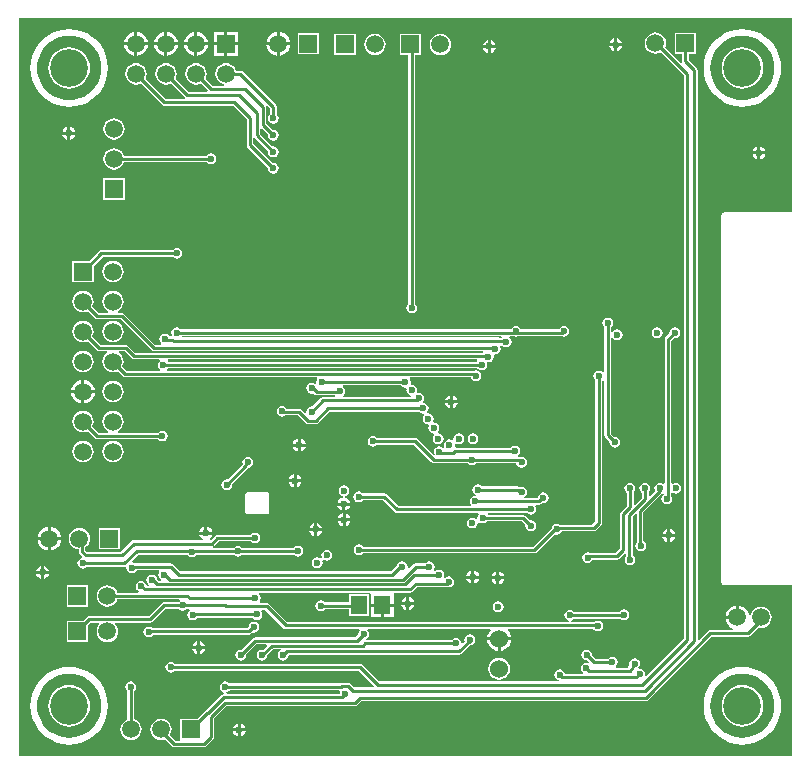
<source format=gbl>
G04*
G04 #@! TF.GenerationSoftware,Altium Limited,Altium Designer,19.0.14 (431)*
G04*
G04 Layer_Physical_Order=2*
G04 Layer_Color=16711680*
%FSLAX25Y25*%
%MOIN*%
G70*
G01*
G75*
%ADD10C,0.01000*%
%ADD82R,0.05906X0.05906*%
%ADD83C,0.05906*%
%ADD84C,0.06000*%
%ADD85R,0.05906X0.05906*%
%ADD86C,0.02362*%
%ADD87C,0.12598*%
%ADD88R,0.05512X0.05906*%
G36*
X258731Y182214D02*
X236221D01*
X235795Y182130D01*
X235434Y181889D01*
X235193Y181528D01*
X235109Y181102D01*
Y59055D01*
X235193Y58630D01*
X235434Y58269D01*
X235795Y58028D01*
X236221Y57943D01*
X258731D01*
Y1112D01*
X1112D01*
Y246920D01*
X258731D01*
Y182214D01*
D02*
G37*
%LPC*%
G36*
X87902Y242267D02*
Y238846D01*
X91323D01*
X91253Y239378D01*
X90854Y240340D01*
X90221Y241166D01*
X89395Y241799D01*
X88433Y242197D01*
X87902Y242267D01*
D02*
G37*
G36*
X73953Y242299D02*
X70500D01*
Y238846D01*
X73953D01*
Y242299D01*
D02*
G37*
G36*
X50500Y242267D02*
Y238846D01*
X53921D01*
X53851Y239378D01*
X53453Y240340D01*
X52819Y241166D01*
X51993Y241799D01*
X51032Y242197D01*
X50500Y242267D01*
D02*
G37*
G36*
X40500D02*
Y238846D01*
X43921D01*
X43851Y239378D01*
X43453Y240340D01*
X42819Y241166D01*
X41993Y241799D01*
X41032Y242197D01*
X40500Y242267D01*
D02*
G37*
G36*
X60500D02*
Y238846D01*
X63921D01*
X63851Y239378D01*
X63453Y240340D01*
X62819Y241166D01*
X61993Y241799D01*
X61032Y242197D01*
X60500Y242267D01*
D02*
G37*
G36*
X39500Y242267D02*
X38968Y242197D01*
X38007Y241799D01*
X37181Y241166D01*
X36547Y240340D01*
X36149Y239378D01*
X36079Y238846D01*
X39500D01*
Y242267D01*
D02*
G37*
G36*
X59500D02*
X58968Y242197D01*
X58007Y241799D01*
X57181Y241166D01*
X56547Y240340D01*
X56149Y239378D01*
X56079Y238846D01*
X59500D01*
Y242267D01*
D02*
G37*
G36*
X49500D02*
X48968Y242197D01*
X48007Y241799D01*
X47181Y241166D01*
X46547Y240340D01*
X46149Y239378D01*
X46079Y238846D01*
X49500D01*
Y242267D01*
D02*
G37*
G36*
X86902D02*
X86370Y242197D01*
X85408Y241799D01*
X84582Y241166D01*
X83949Y240340D01*
X83551Y239378D01*
X83481Y238846D01*
X86902D01*
Y242267D01*
D02*
G37*
G36*
X69500Y242299D02*
X66047D01*
Y238846D01*
X69500D01*
Y242299D01*
D02*
G37*
G36*
X200402Y240238D02*
Y238614D01*
X202026D01*
X201956Y238965D01*
X201474Y239687D01*
X200753Y240169D01*
X200402Y240238D01*
D02*
G37*
G36*
X199402D02*
X199050Y240169D01*
X198329Y239687D01*
X197847Y238965D01*
X197777Y238614D01*
X199402D01*
Y240238D01*
D02*
G37*
G36*
X158276Y239624D02*
Y238000D01*
X159900D01*
X159830Y238351D01*
X159348Y239072D01*
X158627Y239555D01*
X158276Y239624D01*
D02*
G37*
G36*
X157276D02*
X156925Y239555D01*
X156203Y239072D01*
X155721Y238351D01*
X155651Y238000D01*
X157276D01*
Y239624D01*
D02*
G37*
G36*
X202026Y237614D02*
X200402D01*
Y235990D01*
X200753Y236060D01*
X201474Y236542D01*
X201956Y237263D01*
X202026Y237614D01*
D02*
G37*
G36*
X199402D02*
X197777D01*
X197847Y237263D01*
X198329Y236542D01*
X199050Y236060D01*
X199402Y235990D01*
Y237614D01*
D02*
G37*
G36*
X159900Y237000D02*
X158276D01*
Y235376D01*
X158627Y235445D01*
X159348Y235928D01*
X159830Y236649D01*
X159900Y237000D01*
D02*
G37*
G36*
X157276D02*
X155651D01*
X155721Y236649D01*
X156203Y235928D01*
X156925Y235445D01*
X157276Y235376D01*
Y237000D01*
D02*
G37*
G36*
X100945Y241890D02*
X93858D01*
Y234803D01*
X100945D01*
Y241890D01*
D02*
G37*
G36*
X113181Y241732D02*
X106095D01*
Y234646D01*
X113181D01*
Y241732D01*
D02*
G37*
G36*
X141496Y241763D02*
X140571Y241641D01*
X139709Y241284D01*
X138969Y240716D01*
X138401Y239976D01*
X138044Y239114D01*
X137922Y238189D01*
X138044Y237264D01*
X138401Y236402D01*
X138969Y235662D01*
X139709Y235094D01*
X140571Y234737D01*
X141496Y234615D01*
X142421Y234737D01*
X143283Y235094D01*
X144023Y235662D01*
X144591Y236402D01*
X144948Y237264D01*
X145070Y238189D01*
X144948Y239114D01*
X144591Y239976D01*
X144023Y240716D01*
X143283Y241284D01*
X142421Y241641D01*
X141496Y241763D01*
D02*
G37*
G36*
X119638D02*
X118713Y241641D01*
X117851Y241284D01*
X117111Y240716D01*
X116543Y239976D01*
X116186Y239114D01*
X116064Y238189D01*
X116186Y237264D01*
X116543Y236402D01*
X117111Y235662D01*
X117851Y235094D01*
X118713Y234737D01*
X119638Y234615D01*
X120563Y234737D01*
X121425Y235094D01*
X122165Y235662D01*
X122733Y236402D01*
X123090Y237264D01*
X123212Y238189D01*
X123090Y239114D01*
X122733Y239976D01*
X122165Y240716D01*
X121425Y241284D01*
X120563Y241641D01*
X119638Y241763D01*
D02*
G37*
G36*
X59500Y237846D02*
X56079D01*
X56149Y237315D01*
X56547Y236353D01*
X57181Y235527D01*
X58007Y234894D01*
X58968Y234495D01*
X59500Y234425D01*
Y237846D01*
D02*
G37*
G36*
X49500D02*
X46079D01*
X46149Y237315D01*
X46547Y236353D01*
X47181Y235527D01*
X48007Y234894D01*
X48968Y234495D01*
X49500Y234425D01*
Y237846D01*
D02*
G37*
G36*
X39500D02*
X36079D01*
X36149Y237315D01*
X36547Y236353D01*
X37181Y235527D01*
X38007Y234894D01*
X38968Y234495D01*
X39500Y234425D01*
Y237846D01*
D02*
G37*
G36*
X91323D02*
X87902D01*
Y234425D01*
X88433Y234495D01*
X89395Y234894D01*
X90221Y235527D01*
X90854Y236353D01*
X91253Y237315D01*
X91323Y237846D01*
D02*
G37*
G36*
X86902D02*
X83481D01*
X83551Y237315D01*
X83949Y236353D01*
X84582Y235527D01*
X85408Y234894D01*
X86370Y234495D01*
X86902Y234425D01*
Y237846D01*
D02*
G37*
G36*
X63921D02*
X60500D01*
Y234425D01*
X61032Y234495D01*
X61993Y234894D01*
X62819Y235527D01*
X63453Y236353D01*
X63851Y237315D01*
X63921Y237846D01*
D02*
G37*
G36*
X53921D02*
X50500D01*
Y234425D01*
X51032Y234495D01*
X51993Y234894D01*
X52819Y235527D01*
X53453Y236353D01*
X53851Y237315D01*
X53921Y237846D01*
D02*
G37*
G36*
X43921D02*
X40500D01*
Y234425D01*
X41032Y234495D01*
X41993Y234894D01*
X42819Y235527D01*
X43453Y236353D01*
X43851Y237315D01*
X43921Y237846D01*
D02*
G37*
G36*
X73953D02*
X70500D01*
Y234394D01*
X73953D01*
Y237846D01*
D02*
G37*
G36*
X69500D02*
X66047D01*
Y234394D01*
X69500D01*
Y237846D01*
D02*
G37*
G36*
X70000Y231920D02*
X69075Y231799D01*
X68213Y231441D01*
X67473Y230874D01*
X66905Y230133D01*
X66548Y229272D01*
X66426Y228346D01*
X66548Y227421D01*
X66905Y226559D01*
X67473Y225819D01*
X68213Y225251D01*
X69075Y224894D01*
X69486Y224840D01*
X69453Y224340D01*
X65579D01*
X63173Y226747D01*
X63452Y227421D01*
X63574Y228346D01*
X63452Y229272D01*
X63095Y230133D01*
X62527Y230874D01*
X61787Y231441D01*
X60925Y231799D01*
X60000Y231920D01*
X59075Y231799D01*
X58213Y231441D01*
X57473Y230874D01*
X56905Y230133D01*
X56548Y229272D01*
X56426Y228346D01*
X56548Y227421D01*
X56905Y226559D01*
X57473Y225819D01*
X58213Y225251D01*
X59075Y224894D01*
X60000Y224773D01*
X60925Y224894D01*
X61600Y225174D01*
X63902Y222872D01*
X63695Y222372D01*
X57547D01*
X53172Y226747D01*
X53452Y227421D01*
X53574Y228346D01*
X53452Y229272D01*
X53095Y230133D01*
X52527Y230874D01*
X51787Y231441D01*
X50925Y231799D01*
X50000Y231920D01*
X49075Y231799D01*
X48213Y231441D01*
X47473Y230874D01*
X46905Y230133D01*
X46548Y229272D01*
X46426Y228346D01*
X46548Y227421D01*
X46905Y226559D01*
X47473Y225819D01*
X48213Y225251D01*
X49075Y224894D01*
X50000Y224773D01*
X50925Y224894D01*
X51600Y225174D01*
X56264Y220510D01*
X56249Y220357D01*
X56095Y220010D01*
X49909D01*
X43172Y226747D01*
X43452Y227421D01*
X43574Y228346D01*
X43452Y229272D01*
X43095Y230133D01*
X42527Y230874D01*
X41787Y231441D01*
X40925Y231799D01*
X40000Y231920D01*
X39075Y231799D01*
X38213Y231441D01*
X37473Y230874D01*
X36905Y230133D01*
X36548Y229272D01*
X36426Y228346D01*
X36548Y227421D01*
X36905Y226559D01*
X37473Y225819D01*
X38213Y225251D01*
X39075Y224894D01*
X40000Y224773D01*
X40925Y224894D01*
X41600Y225174D01*
X48663Y218111D01*
X49023Y217870D01*
X49449Y217786D01*
X49449Y217786D01*
X72374D01*
X76841Y213319D01*
Y204725D01*
X76841Y204724D01*
X76925Y204299D01*
X77166Y203938D01*
X84059Y197046D01*
X84020Y196850D01*
X84158Y196159D01*
X84549Y195573D01*
X85136Y195182D01*
X85827Y195044D01*
X86518Y195182D01*
X87104Y195573D01*
X87496Y196159D01*
X87633Y196850D01*
X87496Y197542D01*
X87104Y198128D01*
X86518Y198519D01*
X85827Y198657D01*
X85632Y198618D01*
X79065Y205185D01*
Y206882D01*
X79413Y207036D01*
X79565Y207052D01*
X84059Y202557D01*
X84020Y202362D01*
X84158Y201671D01*
X84549Y201085D01*
X85136Y200693D01*
X85827Y200556D01*
X86518Y200693D01*
X87104Y201085D01*
X87496Y201671D01*
X87633Y202362D01*
X87496Y203053D01*
X87104Y203640D01*
X86518Y204031D01*
X85827Y204169D01*
X85632Y204130D01*
X81427Y208335D01*
Y209994D01*
X81927Y210201D01*
X84059Y208069D01*
X84020Y207874D01*
X84158Y207183D01*
X84549Y206597D01*
X85136Y206205D01*
X85827Y206068D01*
X86518Y206205D01*
X87104Y206597D01*
X87496Y207183D01*
X87633Y207874D01*
X87496Y208565D01*
X87104Y209151D01*
X86518Y209543D01*
X85827Y209680D01*
X85632Y209642D01*
X83395Y211878D01*
Y217323D01*
X83358Y217512D01*
X83819Y217759D01*
X84715Y216862D01*
Y214872D01*
X84549Y214761D01*
X84158Y214176D01*
X84020Y213484D01*
X84158Y212793D01*
X84549Y212207D01*
X85136Y211815D01*
X85827Y211678D01*
X86518Y211815D01*
X87104Y212207D01*
X87496Y212793D01*
X87633Y213484D01*
X87496Y214176D01*
X87104Y214761D01*
X86939Y214872D01*
Y217323D01*
X86939Y217323D01*
X86854Y217748D01*
X86613Y218109D01*
X86613Y218109D01*
X75589Y229133D01*
X75229Y229374D01*
X74803Y229458D01*
X74803Y229458D01*
X73375D01*
X73095Y230133D01*
X72527Y230874D01*
X71787Y231441D01*
X70925Y231799D01*
X70000Y231920D01*
D02*
G37*
G36*
X242126Y243256D02*
X240102Y243097D01*
X238127Y242623D01*
X236251Y241846D01*
X234519Y240785D01*
X232975Y239466D01*
X231656Y237922D01*
X230595Y236190D01*
X229818Y234314D01*
X229344Y232339D01*
X229185Y230315D01*
X229344Y228291D01*
X229818Y226316D01*
X230595Y224440D01*
X231656Y222708D01*
X232975Y221164D01*
X234519Y219845D01*
X236251Y218784D01*
X238127Y218007D01*
X240102Y217533D01*
X242126Y217373D01*
X244150Y217533D01*
X246125Y218007D01*
X248001Y218784D01*
X249733Y219845D01*
X251277Y221164D01*
X252596Y222708D01*
X253657Y224440D01*
X254434Y226316D01*
X254908Y228291D01*
X255067Y230315D01*
X254908Y232339D01*
X254434Y234314D01*
X253657Y236190D01*
X252596Y237922D01*
X251277Y239466D01*
X249733Y240785D01*
X248001Y241846D01*
X246125Y242623D01*
X244150Y243097D01*
X242126Y243256D01*
D02*
G37*
G36*
X17717D02*
X15692Y243097D01*
X13717Y242623D01*
X11841Y241846D01*
X10110Y240785D01*
X8566Y239466D01*
X7247Y237922D01*
X6186Y236190D01*
X5409Y234314D01*
X4934Y232339D01*
X4775Y230315D01*
X4934Y228291D01*
X5409Y226316D01*
X6186Y224440D01*
X7247Y222708D01*
X8566Y221164D01*
X10110Y219845D01*
X11841Y218784D01*
X13717Y218007D01*
X15692Y217533D01*
X17717Y217373D01*
X19741Y217533D01*
X21716Y218007D01*
X23592Y218784D01*
X25323Y219845D01*
X26867Y221164D01*
X28186Y222708D01*
X29247Y224440D01*
X30025Y226316D01*
X30499Y228291D01*
X30658Y230315D01*
X30499Y232339D01*
X30025Y234314D01*
X29247Y236190D01*
X28186Y237922D01*
X26867Y239466D01*
X25323Y240785D01*
X23592Y241846D01*
X21716Y242623D01*
X19741Y243097D01*
X17717Y243256D01*
D02*
G37*
G36*
X18118Y210687D02*
Y209063D01*
X19742D01*
X19673Y209414D01*
X19191Y210136D01*
X18469Y210617D01*
X18118Y210687D01*
D02*
G37*
G36*
X17118D02*
X16767Y210617D01*
X16046Y210136D01*
X15564Y209414D01*
X15494Y209063D01*
X17118D01*
Y210687D01*
D02*
G37*
G36*
X19742Y208063D02*
X18118D01*
Y206439D01*
X18469Y206508D01*
X19191Y206991D01*
X19673Y207712D01*
X19742Y208063D01*
D02*
G37*
G36*
X17118D02*
X15494D01*
X15564Y207712D01*
X16046Y206991D01*
X16767Y206508D01*
X17118Y206439D01*
Y208063D01*
D02*
G37*
G36*
X32677Y213574D02*
X31752Y213452D01*
X30890Y213095D01*
X30150Y212527D01*
X29582Y211787D01*
X29225Y210925D01*
X29103Y210000D01*
X29225Y209075D01*
X29582Y208213D01*
X30150Y207473D01*
X30890Y206905D01*
X31752Y206548D01*
X32677Y206426D01*
X33602Y206548D01*
X34464Y206905D01*
X35204Y207473D01*
X35772Y208213D01*
X36129Y209075D01*
X36251Y210000D01*
X36129Y210925D01*
X35772Y211787D01*
X35204Y212527D01*
X34464Y213095D01*
X33602Y213452D01*
X32677Y213574D01*
D02*
G37*
G36*
X248138Y204093D02*
Y202468D01*
X249762D01*
X249692Y202819D01*
X249210Y203541D01*
X248489Y204023D01*
X248138Y204093D01*
D02*
G37*
G36*
X247138D02*
X246787Y204023D01*
X246065Y203541D01*
X245583Y202819D01*
X245513Y202468D01*
X247138D01*
Y204093D01*
D02*
G37*
G36*
X249762Y201468D02*
X248138D01*
Y199844D01*
X248489Y199914D01*
X249210Y200396D01*
X249692Y201117D01*
X249762Y201468D01*
D02*
G37*
G36*
X247138D02*
X245513D01*
X245583Y201117D01*
X246065Y200396D01*
X246787Y199914D01*
X247138Y199844D01*
Y201468D01*
D02*
G37*
G36*
X32677Y203574D02*
X31752Y203452D01*
X30890Y203095D01*
X30150Y202527D01*
X29582Y201787D01*
X29225Y200925D01*
X29103Y200000D01*
X29225Y199075D01*
X29582Y198213D01*
X30150Y197473D01*
X30890Y196905D01*
X31752Y196548D01*
X32677Y196426D01*
X33602Y196548D01*
X34464Y196905D01*
X35204Y197473D01*
X35772Y198213D01*
X36052Y198888D01*
X63573D01*
X63683Y198723D01*
X64269Y198331D01*
X64961Y198194D01*
X65652Y198331D01*
X66238Y198723D01*
X66629Y199309D01*
X66767Y200000D01*
X66629Y200691D01*
X66238Y201277D01*
X65652Y201669D01*
X64961Y201806D01*
X64269Y201669D01*
X63683Y201277D01*
X63573Y201112D01*
X36052D01*
X35772Y201787D01*
X35204Y202527D01*
X34464Y203095D01*
X33602Y203452D01*
X32677Y203574D01*
D02*
G37*
G36*
X36220Y193543D02*
X29134D01*
Y186457D01*
X36220D01*
Y193543D01*
D02*
G37*
G36*
X53543Y170310D02*
X52852Y170173D01*
X52266Y169781D01*
X52156Y169616D01*
X28433D01*
X28433Y169616D01*
X28008Y169531D01*
X27647Y169290D01*
X27647Y169290D01*
X24298Y165941D01*
X18783D01*
Y158854D01*
X25870D01*
Y164368D01*
X28894Y167392D01*
X52156D01*
X52266Y167227D01*
X52852Y166835D01*
X53543Y166698D01*
X54235Y166835D01*
X54821Y167227D01*
X55212Y167813D01*
X55350Y168504D01*
X55212Y169195D01*
X54821Y169781D01*
X54235Y170173D01*
X53543Y170310D01*
D02*
G37*
G36*
X32327Y165972D02*
X31402Y165850D01*
X30540Y165493D01*
X29800Y164925D01*
X29232Y164185D01*
X28875Y163323D01*
X28753Y162398D01*
X28875Y161473D01*
X29232Y160611D01*
X29800Y159871D01*
X30540Y159303D01*
X31402Y158946D01*
X32327Y158824D01*
X33252Y158946D01*
X34114Y159303D01*
X34854Y159871D01*
X35422Y160611D01*
X35779Y161473D01*
X35901Y162398D01*
X35779Y163323D01*
X35422Y164185D01*
X34854Y164925D01*
X34114Y165493D01*
X33252Y165850D01*
X32327Y165972D01*
D02*
G37*
G36*
Y155972D02*
X31402Y155850D01*
X30540Y155493D01*
X29800Y154925D01*
X29232Y154185D01*
X28875Y153323D01*
X28753Y152398D01*
X28875Y151473D01*
X29232Y150611D01*
X29800Y149871D01*
X30540Y149303D01*
X30667Y149250D01*
X30568Y148750D01*
X27547D01*
X25499Y150798D01*
X25779Y151473D01*
X25901Y152398D01*
X25779Y153323D01*
X25422Y154185D01*
X24854Y154925D01*
X24114Y155493D01*
X23252Y155850D01*
X22327Y155972D01*
X21402Y155850D01*
X20540Y155493D01*
X19800Y154925D01*
X19232Y154185D01*
X18875Y153323D01*
X18753Y152398D01*
X18875Y151473D01*
X19232Y150611D01*
X19800Y149871D01*
X20540Y149303D01*
X21402Y148945D01*
X22327Y148824D01*
X23252Y148945D01*
X23927Y149225D01*
X26300Y146852D01*
X26300Y146852D01*
X26661Y146610D01*
X27087Y146526D01*
X27087Y146526D01*
X34858D01*
X45162Y136222D01*
X45163Y136222D01*
X45523Y135981D01*
X45949Y135896D01*
X45949Y135896D01*
X47244D01*
X155557Y135896D01*
X155809Y135396D01*
X155785Y135364D01*
X39831Y135364D01*
X37400Y137794D01*
X37040Y138035D01*
X36614Y138120D01*
X36614Y138120D01*
X28177D01*
X25499Y140798D01*
X25779Y141473D01*
X25901Y142398D01*
X25779Y143323D01*
X25422Y144185D01*
X24854Y144925D01*
X24114Y145493D01*
X23252Y145850D01*
X22327Y145972D01*
X21402Y145850D01*
X20540Y145493D01*
X19800Y144925D01*
X19232Y144185D01*
X18875Y143323D01*
X18753Y142398D01*
X18875Y141473D01*
X19232Y140611D01*
X19800Y139871D01*
X20540Y139303D01*
X21402Y138945D01*
X22327Y138824D01*
X23252Y138945D01*
X23927Y139225D01*
X26930Y136222D01*
X26930Y136222D01*
X27291Y135981D01*
X27716Y135896D01*
X30260D01*
X30414Y135396D01*
X29800Y134925D01*
X29232Y134185D01*
X28875Y133323D01*
X28753Y132398D01*
X28875Y131473D01*
X29232Y130611D01*
X29800Y129870D01*
X30540Y129303D01*
X31402Y128946D01*
X32327Y128824D01*
X33252Y128946D01*
X33927Y129225D01*
X35666Y127485D01*
X35666Y127485D01*
X36027Y127244D01*
X36453Y127160D01*
X36453Y127160D01*
X100198D01*
X100454Y126660D01*
X100201Y126282D01*
X100064Y125591D01*
X100158Y125118D01*
X100084Y125053D01*
X99697Y124870D01*
X99215Y125192D01*
X98524Y125330D01*
X97832Y125192D01*
X97246Y124801D01*
X96855Y124215D01*
X96717Y123524D01*
X96855Y122832D01*
X97246Y122246D01*
X97832Y121855D01*
X98524Y121717D01*
X99026Y121817D01*
X99385Y121458D01*
X99385Y121458D01*
X99746Y121217D01*
X100172Y121132D01*
X106373D01*
X106397Y121100D01*
X106146Y120600D01*
X102305D01*
X102305Y120600D01*
X101880Y120516D01*
X101519Y120274D01*
X98719Y117474D01*
X98524Y117513D01*
X97832Y117376D01*
X97246Y116984D01*
X96855Y116398D01*
X96717Y115707D01*
X96743Y115576D01*
X96283Y115329D01*
X95200Y116412D01*
X94839Y116653D01*
X94413Y116738D01*
X94413Y116738D01*
X90216D01*
X89958Y117124D01*
X89372Y117515D01*
X88681Y117653D01*
X87990Y117515D01*
X87404Y117124D01*
X87012Y116538D01*
X86875Y115847D01*
X87012Y115155D01*
X87404Y114569D01*
X87990Y114178D01*
X88681Y114040D01*
X89372Y114178D01*
X89876Y114514D01*
X93953D01*
X96556Y111911D01*
X96917Y111670D01*
X97342Y111585D01*
X97343Y111585D01*
X99901D01*
X99902Y111585D01*
X100327Y111670D01*
X100688Y111911D01*
X104496Y115719D01*
X134341D01*
X134451Y115553D01*
X135037Y115162D01*
X135728Y115024D01*
X135823Y115043D01*
X135946Y114888D01*
X136071Y114583D01*
X135733Y114077D01*
X135595Y113386D01*
X135733Y112695D01*
X136124Y112109D01*
X136710Y111717D01*
X137402Y111580D01*
X137433Y111586D01*
X137734Y111136D01*
X137595Y110927D01*
X137457Y110236D01*
X137595Y109545D01*
X137987Y108959D01*
X138573Y108567D01*
X139264Y108430D01*
X139273Y108432D01*
X139469Y107967D01*
X139470Y107961D01*
X139079Y107376D01*
X138942Y106685D01*
X139079Y105994D01*
X139471Y105408D01*
X140057Y105016D01*
X140748Y104879D01*
X141439Y105016D01*
X142025Y105408D01*
X142417Y105994D01*
X142554Y106685D01*
X142417Y107376D01*
X142025Y107962D01*
X141439Y108354D01*
X140748Y108491D01*
X140738Y108490D01*
X140543Y108954D01*
X140542Y108960D01*
X140933Y109545D01*
X141070Y110236D01*
X140933Y110927D01*
X140541Y111513D01*
X139955Y111905D01*
X139264Y112043D01*
X139232Y112036D01*
X138931Y112486D01*
X139070Y112695D01*
X139208Y113386D01*
X139070Y114077D01*
X138679Y114663D01*
X138093Y115055D01*
X137402Y115192D01*
X137307Y115173D01*
X137184Y115329D01*
X137059Y115634D01*
X137397Y116139D01*
X137535Y116831D01*
X137397Y117522D01*
X137006Y118108D01*
X136420Y118500D01*
X135913Y118600D01*
X135683Y119047D01*
X135675Y119119D01*
X135921Y119486D01*
X136058Y120177D01*
X135921Y120868D01*
X135529Y121455D01*
X134943Y121846D01*
X134252Y121984D01*
X133987Y121931D01*
X133952Y121948D01*
X133602Y122364D01*
X133696Y122835D01*
X133559Y123526D01*
X133167Y124112D01*
X132581Y124504D01*
X131890Y124641D01*
X131872Y124638D01*
X131527Y125079D01*
X131629Y125591D01*
X131492Y126282D01*
X131239Y126660D01*
X131495Y127160D01*
X151560D01*
X151579Y127065D01*
X151971Y126479D01*
X152557Y126087D01*
X153248Y125950D01*
X153939Y126087D01*
X154525Y126479D01*
X154917Y127065D01*
X155054Y127756D01*
X154917Y128447D01*
X154525Y129033D01*
X153939Y129425D01*
X153248Y129562D01*
X152557Y129425D01*
X152495Y129384D01*
X50353D01*
X50206Y129833D01*
X50352Y130000D01*
X50394Y130028D01*
X50452Y130115D01*
X50520Y130194D01*
X153829D01*
X153939Y130028D01*
X154525Y129637D01*
X155217Y129499D01*
X155908Y129637D01*
X156494Y130028D01*
X156885Y130614D01*
X157023Y131306D01*
X156914Y131851D01*
X157168Y132197D01*
X157294Y132286D01*
X157480Y132249D01*
X158172Y132386D01*
X158758Y132778D01*
X159149Y133364D01*
X159287Y134055D01*
X159197Y134505D01*
X159570Y134933D01*
X159582Y134939D01*
X159744Y134906D01*
X160435Y135044D01*
X161021Y135435D01*
X161413Y136021D01*
X161550Y136713D01*
X161413Y137404D01*
X161270Y137617D01*
X161509Y138072D01*
X161917Y138084D01*
X162109Y137797D01*
X162695Y137406D01*
X163386Y137268D01*
X164077Y137406D01*
X164663Y137797D01*
X165055Y138383D01*
X165192Y139075D01*
X165055Y139766D01*
X164663Y140352D01*
X164421Y140514D01*
X164572Y141014D01*
X165600D01*
X165844Y140851D01*
X166535Y140713D01*
X167227Y140851D01*
X167471Y141014D01*
X181742D01*
X181986Y140851D01*
X182677Y140713D01*
X183368Y140851D01*
X183955Y141242D01*
X184346Y141828D01*
X184484Y142520D01*
X184346Y143211D01*
X183955Y143797D01*
X183368Y144188D01*
X182677Y144326D01*
X181986Y144188D01*
X181400Y143797D01*
X181026Y143238D01*
X168186D01*
X167813Y143797D01*
X167227Y144189D01*
X166535Y144326D01*
X165844Y144189D01*
X165258Y143797D01*
X164885Y143238D01*
X54931Y143238D01*
X54821Y143403D01*
X54235Y143795D01*
X53543Y143932D01*
X52852Y143795D01*
X52266Y143403D01*
X51875Y142817D01*
X51737Y142126D01*
X51875Y141435D01*
X51952Y141319D01*
X51685Y140819D01*
X51171D01*
X50886Y141245D01*
X50300Y141636D01*
X49609Y141774D01*
X48917Y141636D01*
X48331Y141245D01*
X47940Y140659D01*
X47802Y139968D01*
X47940Y139276D01*
X48331Y138690D01*
X48437Y138620D01*
X48285Y138120D01*
X46409D01*
X36105Y148424D01*
X35744Y148665D01*
X35319Y148750D01*
X35319Y148750D01*
X34086D01*
X33986Y149250D01*
X34114Y149303D01*
X34854Y149871D01*
X35422Y150611D01*
X35779Y151473D01*
X35901Y152398D01*
X35779Y153323D01*
X35422Y154185D01*
X34854Y154925D01*
X34114Y155493D01*
X33252Y155850D01*
X32327Y155972D01*
D02*
G37*
G36*
X135039Y241732D02*
X127953D01*
Y234646D01*
X130778D01*
Y151781D01*
X130613Y151671D01*
X130221Y151085D01*
X130083Y150394D01*
X130221Y149702D01*
X130613Y149116D01*
X131199Y148725D01*
X131890Y148587D01*
X132581Y148725D01*
X133167Y149116D01*
X133559Y149702D01*
X133696Y150394D01*
X133559Y151085D01*
X133167Y151671D01*
X133002Y151781D01*
Y234646D01*
X135039D01*
Y241732D01*
D02*
G37*
G36*
X219577Y143903D02*
X218885Y143765D01*
X218300Y143374D01*
X217908Y142788D01*
X217770Y142096D01*
X217809Y141901D01*
X216501Y140593D01*
X216260Y140233D01*
X216176Y139807D01*
X216176Y139807D01*
Y91829D01*
X215675Y91574D01*
X215298Y91826D01*
X214606Y91964D01*
X213915Y91826D01*
X213329Y91435D01*
X212937Y90849D01*
X212800Y90158D01*
X212937Y89466D01*
X213070Y89268D01*
X211318Y87516D01*
X210856Y87708D01*
Y88862D01*
X210884Y88880D01*
X211275Y89466D01*
X211413Y90158D01*
X211275Y90849D01*
X210884Y91435D01*
X210298Y91826D01*
X209606Y91964D01*
X208915Y91826D01*
X208329Y91435D01*
X207937Y90849D01*
X207800Y90158D01*
X207937Y89466D01*
X208329Y88880D01*
X208632Y88678D01*
Y87080D01*
X206298Y84746D01*
X205836Y84938D01*
Y88849D01*
X205884Y88880D01*
X206275Y89466D01*
X206413Y90158D01*
X206275Y90849D01*
X205884Y91435D01*
X205298Y91826D01*
X204606Y91964D01*
X203915Y91826D01*
X203329Y91435D01*
X202937Y90849D01*
X202800Y90158D01*
X202937Y89466D01*
X203329Y88880D01*
X203612Y88691D01*
Y84319D01*
X201576Y82282D01*
X201335Y81922D01*
X201250Y81496D01*
X201250Y81496D01*
Y70146D01*
X199756Y68651D01*
X191418D01*
X191203Y68795D01*
X190512Y68932D01*
X189821Y68795D01*
X189234Y68403D01*
X188843Y67817D01*
X188706Y67126D01*
X188843Y66435D01*
X189234Y65849D01*
X189821Y65457D01*
X190512Y65320D01*
X191203Y65457D01*
X191789Y65849D01*
X192176Y66427D01*
X200217D01*
X200217Y66427D01*
X200642Y66512D01*
X201003Y66753D01*
X202876Y68627D01*
X203376Y68419D01*
Y67569D01*
X203016Y67030D01*
X202879Y66339D01*
X203016Y65647D01*
X203408Y65061D01*
X203994Y64670D01*
X204685Y64532D01*
X205376Y64670D01*
X205962Y65061D01*
X206354Y65647D01*
X206491Y66339D01*
X206354Y67030D01*
X205962Y67616D01*
X205600Y67858D01*
Y80903D01*
X206458Y81761D01*
X206920Y81569D01*
Y72293D01*
X206559Y71754D01*
X206422Y71063D01*
X206559Y70372D01*
X206951Y69786D01*
X207537Y69394D01*
X208228Y69257D01*
X208920Y69394D01*
X209506Y69786D01*
X209897Y70372D01*
X210035Y71063D01*
X209897Y71754D01*
X209506Y72340D01*
X209143Y72582D01*
Y82197D01*
X215380Y88433D01*
X215891Y88248D01*
X215902Y88064D01*
X215652Y87897D01*
X215260Y87311D01*
X215123Y86619D01*
X215260Y85928D01*
X215652Y85342D01*
X216238Y84951D01*
X216929Y84813D01*
X217620Y84951D01*
X218206Y85342D01*
X218598Y85928D01*
X218736Y86619D01*
X218598Y87311D01*
X218399Y87608D01*
Y88524D01*
X218899Y88761D01*
X219300Y88493D01*
X219991Y88355D01*
X220682Y88493D01*
X221268Y88885D01*
X221660Y89471D01*
X221797Y90162D01*
X221660Y90853D01*
X221268Y91439D01*
X220682Y91831D01*
X219991Y91968D01*
X219300Y91831D01*
X218899Y91563D01*
X218399Y91800D01*
Y139347D01*
X219382Y140329D01*
X219577Y140290D01*
X220268Y140428D01*
X220854Y140819D01*
X221246Y141405D01*
X221383Y142096D01*
X221246Y142788D01*
X220854Y143374D01*
X220268Y143765D01*
X219577Y143903D01*
D02*
G37*
G36*
X213720Y143873D02*
X213029Y143736D01*
X212443Y143344D01*
X212052Y142758D01*
X211914Y142067D01*
X212052Y141376D01*
X212443Y140790D01*
X213029Y140398D01*
X213720Y140261D01*
X214412Y140398D01*
X214998Y140790D01*
X215389Y141376D01*
X215527Y142067D01*
X215389Y142758D01*
X214998Y143344D01*
X214412Y143736D01*
X213720Y143873D01*
D02*
G37*
G36*
X197244Y147082D02*
X196553Y146944D01*
X195967Y146553D01*
X195575Y145967D01*
X195438Y145276D01*
X195575Y144584D01*
X195967Y143998D01*
X196132Y143888D01*
Y128834D01*
X195632Y128682D01*
X195529Y128836D01*
X194943Y129228D01*
X194252Y129365D01*
X193561Y129228D01*
X192975Y128836D01*
X192583Y128250D01*
X192446Y127559D01*
X192583Y126868D01*
X192975Y126282D01*
X193140Y126171D01*
Y79181D01*
X192059Y78100D01*
X181182D01*
X180967Y78244D01*
X180276Y78381D01*
X179584Y78244D01*
X178998Y77852D01*
X178607Y77266D01*
X178563Y77045D01*
X172315Y70797D01*
X115758D01*
X115647Y70962D01*
X115061Y71354D01*
X114370Y71491D01*
X113679Y71354D01*
X113093Y70962D01*
X112701Y70376D01*
X112564Y69685D01*
X112701Y68994D01*
X113093Y68408D01*
X113679Y68016D01*
X114370Y67879D01*
X115061Y68016D01*
X115647Y68408D01*
X115758Y68573D01*
X172775D01*
X172776Y68573D01*
X173201Y68658D01*
X173562Y68899D01*
X179575Y74912D01*
X179584Y74906D01*
X180276Y74768D01*
X180967Y74906D01*
X181553Y75297D01*
X181940Y75876D01*
X192520D01*
X192520Y75876D01*
X192945Y75961D01*
X193306Y76202D01*
X195038Y77934D01*
X195038Y77934D01*
X195279Y78295D01*
X195364Y78720D01*
X195364Y78720D01*
Y126058D01*
X195632Y126279D01*
X196132Y126087D01*
Y107874D01*
X196132Y107874D01*
X196217Y107448D01*
X196458Y107088D01*
X197839Y105707D01*
X197800Y105512D01*
X197937Y104821D01*
X198329Y104235D01*
X198915Y103843D01*
X199606Y103705D01*
X200298Y103843D01*
X200884Y104235D01*
X201275Y104821D01*
X201413Y105512D01*
X201275Y106203D01*
X200884Y106789D01*
X200298Y107181D01*
X199606Y107318D01*
X199411Y107279D01*
X198356Y108335D01*
Y140299D01*
X198856Y140451D01*
X199116Y140061D01*
X199702Y139670D01*
X200394Y139532D01*
X201085Y139670D01*
X201671Y140061D01*
X202063Y140647D01*
X202200Y141339D01*
X202063Y142030D01*
X201671Y142616D01*
X201085Y143007D01*
X200394Y143145D01*
X199702Y143007D01*
X199116Y142616D01*
X198856Y142226D01*
X198356Y142378D01*
Y143888D01*
X198521Y143998D01*
X198913Y144584D01*
X199050Y145276D01*
X198913Y145967D01*
X198521Y146553D01*
X197935Y146944D01*
X197244Y147082D01*
D02*
G37*
G36*
X32327Y145972D02*
X31402Y145850D01*
X30540Y145493D01*
X29800Y144925D01*
X29232Y144185D01*
X28875Y143323D01*
X28753Y142398D01*
X28875Y141473D01*
X29232Y140611D01*
X29800Y139871D01*
X30540Y139303D01*
X31402Y138945D01*
X32327Y138824D01*
X33252Y138945D01*
X34114Y139303D01*
X34854Y139871D01*
X35422Y140611D01*
X35779Y141473D01*
X35901Y142398D01*
X35779Y143323D01*
X35422Y144185D01*
X34854Y144925D01*
X34114Y145493D01*
X33252Y145850D01*
X32327Y145972D01*
D02*
G37*
G36*
X22327Y135971D02*
X21402Y135850D01*
X20540Y135493D01*
X19800Y134925D01*
X19232Y134185D01*
X18875Y133323D01*
X18753Y132398D01*
X18875Y131473D01*
X19232Y130611D01*
X19800Y129870D01*
X20540Y129303D01*
X21402Y128946D01*
X22327Y128824D01*
X23252Y128946D01*
X24114Y129303D01*
X24854Y129870D01*
X25422Y130611D01*
X25779Y131473D01*
X25901Y132398D01*
X25779Y133323D01*
X25422Y134185D01*
X24854Y134925D01*
X24114Y135493D01*
X23252Y135850D01*
X22327Y135971D01*
D02*
G37*
G36*
X22827Y126319D02*
Y122898D01*
X26248D01*
X26178Y123430D01*
X25780Y124391D01*
X25146Y125217D01*
X24320Y125850D01*
X23359Y126249D01*
X22827Y126319D01*
D02*
G37*
G36*
X21827D02*
X21295Y126249D01*
X20333Y125850D01*
X19508Y125217D01*
X18874Y124391D01*
X18476Y123430D01*
X18406Y122898D01*
X21827D01*
Y126319D01*
D02*
G37*
G36*
X145579Y121120D02*
Y119496D01*
X147203D01*
X147133Y119847D01*
X146651Y120569D01*
X145930Y121051D01*
X145579Y121120D01*
D02*
G37*
G36*
X144579D02*
X144228Y121051D01*
X143506Y120569D01*
X143024Y119847D01*
X142954Y119496D01*
X144579D01*
Y121120D01*
D02*
G37*
G36*
X32327Y125971D02*
X31402Y125850D01*
X30540Y125493D01*
X29800Y124925D01*
X29232Y124185D01*
X28875Y123323D01*
X28753Y122398D01*
X28875Y121473D01*
X29232Y120611D01*
X29800Y119870D01*
X30540Y119303D01*
X31402Y118946D01*
X32327Y118824D01*
X33252Y118946D01*
X34114Y119303D01*
X34854Y119870D01*
X35422Y120611D01*
X35779Y121473D01*
X35901Y122398D01*
X35779Y123323D01*
X35422Y124185D01*
X34854Y124925D01*
X34114Y125493D01*
X33252Y125850D01*
X32327Y125971D01*
D02*
G37*
G36*
X26248Y121898D02*
X22827D01*
Y118477D01*
X23359Y118547D01*
X24320Y118945D01*
X25146Y119579D01*
X25780Y120404D01*
X26178Y121366D01*
X26248Y121898D01*
D02*
G37*
G36*
X21827D02*
X18406D01*
X18476Y121366D01*
X18874Y120404D01*
X19508Y119579D01*
X20333Y118945D01*
X21295Y118547D01*
X21827Y118477D01*
Y121898D01*
D02*
G37*
G36*
X147203Y118496D02*
X145579D01*
Y116872D01*
X145930Y116941D01*
X146651Y117424D01*
X147133Y118145D01*
X147203Y118496D01*
D02*
G37*
G36*
X144579D02*
X142954D01*
X143024Y118145D01*
X143506Y117424D01*
X144228Y116941D01*
X144579Y116872D01*
Y118496D01*
D02*
G37*
G36*
X32327Y115972D02*
X31402Y115850D01*
X30540Y115493D01*
X29800Y114925D01*
X29232Y114185D01*
X28875Y113323D01*
X28753Y112398D01*
X28875Y111473D01*
X29232Y110611D01*
X29800Y109871D01*
X30540Y109303D01*
X30620Y109269D01*
X30520Y108769D01*
X27527D01*
X25499Y110798D01*
X25779Y111473D01*
X25901Y112398D01*
X25779Y113323D01*
X25422Y114185D01*
X24854Y114925D01*
X24114Y115493D01*
X23252Y115850D01*
X22327Y115972D01*
X21402Y115850D01*
X20540Y115493D01*
X19800Y114925D01*
X19232Y114185D01*
X18875Y113323D01*
X18753Y112398D01*
X18875Y111473D01*
X19232Y110611D01*
X19800Y109871D01*
X20540Y109303D01*
X21402Y108946D01*
X22327Y108824D01*
X23252Y108946D01*
X23927Y109225D01*
X26281Y106871D01*
X26281Y106871D01*
X26641Y106630D01*
X27067Y106546D01*
X47431D01*
X47542Y106380D01*
X48128Y105989D01*
X48819Y105851D01*
X49510Y105989D01*
X50096Y106380D01*
X50488Y106966D01*
X50625Y107658D01*
X50488Y108349D01*
X50096Y108935D01*
X49510Y109326D01*
X48819Y109464D01*
X48128Y109326D01*
X47542Y108935D01*
X47431Y108769D01*
X34133D01*
X34034Y109269D01*
X34114Y109303D01*
X34854Y109871D01*
X35422Y110611D01*
X35779Y111473D01*
X35901Y112398D01*
X35779Y113323D01*
X35422Y114185D01*
X34854Y114925D01*
X34114Y115493D01*
X33252Y115850D01*
X32327Y115972D01*
D02*
G37*
G36*
X147638Y108499D02*
X146947Y108362D01*
X146361Y107970D01*
X145969Y107384D01*
X145831Y106693D01*
X145862Y106538D01*
X145412Y106238D01*
X145179Y106393D01*
X144488Y106531D01*
X143797Y106393D01*
X143211Y106002D01*
X142819Y105416D01*
X142682Y104724D01*
X142819Y104033D01*
X142827Y104022D01*
X142435Y103728D01*
X141849Y104120D01*
X141157Y104257D01*
X140466Y104120D01*
X139880Y103728D01*
X139489Y103142D01*
X139351Y102451D01*
X139489Y101760D01*
X139671Y101486D01*
X139283Y101168D01*
X133857Y106593D01*
X133496Y106834D01*
X133071Y106919D01*
X133071Y106919D01*
X120384D01*
X120273Y107084D01*
X119687Y107476D01*
X118996Y107613D01*
X118305Y107476D01*
X117719Y107084D01*
X117327Y106498D01*
X117190Y105807D01*
X117327Y105116D01*
X117719Y104530D01*
X118305Y104138D01*
X118996Y104001D01*
X119687Y104138D01*
X120273Y104530D01*
X120384Y104695D01*
X132610D01*
X138485Y98820D01*
X138846Y98579D01*
X139272Y98494D01*
X150581D01*
X150691Y98329D01*
X151277Y97937D01*
X151969Y97800D01*
X152660Y97937D01*
X153246Y98329D01*
X153356Y98494D01*
X166762D01*
X166835Y98128D01*
X167227Y97542D01*
X167813Y97150D01*
X168504Y97013D01*
X169195Y97150D01*
X169781Y97542D01*
X170173Y98128D01*
X170310Y98819D01*
X170173Y99510D01*
X169781Y100096D01*
X169195Y100488D01*
X168504Y100625D01*
X168235Y100572D01*
X168142Y100634D01*
X167717Y100718D01*
X167717Y100718D01*
X167427D01*
X167275Y101218D01*
X167517Y101380D01*
X167909Y101966D01*
X168046Y102657D01*
X167909Y103349D01*
X167517Y103935D01*
X166931Y104326D01*
X166240Y104464D01*
X165549Y104326D01*
X164963Y103935D01*
X164852Y103769D01*
X146576D01*
X146508Y103812D01*
X146203Y104265D01*
X146295Y104724D01*
X146264Y104879D01*
X146714Y105180D01*
X146947Y105024D01*
X147638Y104887D01*
X148329Y105024D01*
X148915Y105416D01*
X149307Y106002D01*
X149444Y106693D01*
X149307Y107384D01*
X148915Y107970D01*
X148329Y108362D01*
X147638Y108499D01*
D02*
G37*
G36*
X94890Y106750D02*
Y105126D01*
X96514D01*
X96444Y105477D01*
X95962Y106199D01*
X95241Y106681D01*
X94890Y106750D01*
D02*
G37*
G36*
X93890D02*
X93539Y106681D01*
X92817Y106199D01*
X92335Y105477D01*
X92265Y105126D01*
X93890D01*
Y106750D01*
D02*
G37*
G36*
X152362Y108491D02*
X151671Y108354D01*
X151085Y107962D01*
X150693Y107376D01*
X150556Y106685D01*
X150693Y105994D01*
X151085Y105408D01*
X151671Y105016D01*
X152362Y104879D01*
X153053Y105016D01*
X153639Y105408D01*
X154031Y105994D01*
X154169Y106685D01*
X154031Y107376D01*
X153639Y107962D01*
X153053Y108354D01*
X152362Y108491D01*
D02*
G37*
G36*
X96514Y104126D02*
X94890D01*
Y102502D01*
X95241Y102571D01*
X95962Y103053D01*
X96444Y103775D01*
X96514Y104126D01*
D02*
G37*
G36*
X93890D02*
X92265D01*
X92335Y103775D01*
X92817Y103053D01*
X93539Y102571D01*
X93890Y102502D01*
Y104126D01*
D02*
G37*
G36*
X32327Y105972D02*
X31402Y105850D01*
X30540Y105493D01*
X29800Y104925D01*
X29232Y104185D01*
X28875Y103323D01*
X28753Y102398D01*
X28875Y101473D01*
X29232Y100611D01*
X29800Y99871D01*
X30540Y99303D01*
X31402Y98945D01*
X32327Y98824D01*
X33252Y98945D01*
X34114Y99303D01*
X34854Y99871D01*
X35422Y100611D01*
X35779Y101473D01*
X35901Y102398D01*
X35779Y103323D01*
X35422Y104185D01*
X34854Y104925D01*
X34114Y105493D01*
X33252Y105850D01*
X32327Y105972D01*
D02*
G37*
G36*
X22327D02*
X21402Y105850D01*
X20540Y105493D01*
X19800Y104925D01*
X19232Y104185D01*
X18875Y103323D01*
X18753Y102398D01*
X18875Y101473D01*
X19232Y100611D01*
X19800Y99871D01*
X20540Y99303D01*
X21402Y98945D01*
X22327Y98824D01*
X23252Y98945D01*
X24114Y99303D01*
X24854Y99871D01*
X25422Y100611D01*
X25779Y101473D01*
X25901Y102398D01*
X25779Y103323D01*
X25422Y104185D01*
X24854Y104925D01*
X24114Y105493D01*
X23252Y105850D01*
X22327Y105972D01*
D02*
G37*
G36*
X93512Y94841D02*
Y93217D01*
X95136D01*
X95066Y93568D01*
X94584Y94289D01*
X93863Y94771D01*
X93512Y94841D01*
D02*
G37*
G36*
X92512D02*
X92161Y94771D01*
X91439Y94289D01*
X90957Y93568D01*
X90887Y93217D01*
X92512D01*
Y94841D01*
D02*
G37*
G36*
X77208Y100625D02*
X76516Y100488D01*
X75930Y100096D01*
X75539Y99510D01*
X75401Y98819D01*
X75531Y98167D01*
X70471Y93106D01*
X70276Y93145D01*
X69584Y93007D01*
X68998Y92616D01*
X68607Y92030D01*
X68469Y91339D01*
X68607Y90647D01*
X68998Y90061D01*
X69584Y89670D01*
X70276Y89532D01*
X70967Y89670D01*
X71553Y90061D01*
X71944Y90647D01*
X72082Y91339D01*
X72043Y91534D01*
X77558Y97048D01*
X77558Y97048D01*
X77584Y97087D01*
X77899Y97150D01*
X78485Y97542D01*
X78877Y98128D01*
X79014Y98819D01*
X78877Y99510D01*
X78485Y100096D01*
X77899Y100488D01*
X77208Y100625D01*
D02*
G37*
G36*
X95136Y92216D02*
X93512D01*
Y90592D01*
X93863Y90662D01*
X94584Y91144D01*
X95066Y91865D01*
X95136Y92216D01*
D02*
G37*
G36*
X92512D02*
X90887D01*
X90957Y91865D01*
X91439Y91144D01*
X92161Y90662D01*
X92512Y90592D01*
Y92216D01*
D02*
G37*
G36*
X109350Y91176D02*
X108659Y91039D01*
X108073Y90647D01*
X107682Y90061D01*
X107544Y89370D01*
X107682Y88679D01*
X108073Y88093D01*
X108659Y87701D01*
X109022Y87629D01*
X109023Y87119D01*
X108401Y86996D01*
X107679Y86513D01*
X107197Y85792D01*
X107128Y85441D01*
X111376D01*
X111307Y85792D01*
X110825Y86513D01*
X110103Y86996D01*
X109580Y87100D01*
Y87609D01*
X110042Y87701D01*
X110628Y88093D01*
X111019Y88679D01*
X111157Y89370D01*
X111019Y90061D01*
X110628Y90647D01*
X110042Y91039D01*
X109350Y91176D01*
D02*
G37*
G36*
X153937Y91570D02*
X153246Y91433D01*
X152660Y91041D01*
X152268Y90455D01*
X152131Y89764D01*
X152268Y89073D01*
X152660Y88486D01*
X153246Y88095D01*
X153150Y87633D01*
X152458Y87496D01*
X151872Y87104D01*
X151481Y86518D01*
X151343Y85827D01*
X151481Y85136D01*
X151733Y84758D01*
X151478Y84258D01*
X127551D01*
X123621Y88188D01*
X123260Y88429D01*
X122835Y88513D01*
X122835Y88513D01*
X115561D01*
X115451Y88679D01*
X114865Y89070D01*
X114173Y89208D01*
X113482Y89070D01*
X112896Y88679D01*
X112504Y88093D01*
X112367Y87402D01*
X112504Y86710D01*
X112896Y86124D01*
X113482Y85733D01*
X114173Y85595D01*
X114865Y85733D01*
X115451Y86124D01*
X115561Y86290D01*
X122374D01*
X126304Y82359D01*
X126665Y82118D01*
X127091Y82034D01*
X153995D01*
X154129Y81788D01*
X154195Y81534D01*
X153843Y81006D01*
X153705Y80315D01*
X153249Y80049D01*
X152857Y80311D01*
X152165Y80448D01*
X151474Y80311D01*
X150888Y79919D01*
X150496Y79333D01*
X150359Y78642D01*
X150496Y77951D01*
X150888Y77364D01*
X151474Y76973D01*
X152165Y76835D01*
X152857Y76973D01*
X153443Y77364D01*
X153834Y77951D01*
X153972Y78642D01*
X154429Y78908D01*
X154821Y78646D01*
X155512Y78509D01*
X156203Y78646D01*
X156789Y79038D01*
X156900Y79203D01*
X168548D01*
X169796Y77955D01*
X169757Y77760D01*
X169895Y77068D01*
X170286Y76482D01*
X170872Y76091D01*
X171563Y75953D01*
X172255Y76091D01*
X172841Y76482D01*
X173232Y77068D01*
X173370Y77760D01*
X173232Y78451D01*
X172841Y79037D01*
X172255Y79429D01*
X171563Y79566D01*
X171368Y79527D01*
X169794Y81101D01*
X169434Y81342D01*
X169008Y81427D01*
X169008Y81427D01*
X157317D01*
X157192Y81534D01*
X157235Y81758D01*
X157468Y82034D01*
X170186D01*
X170286Y81884D01*
X170872Y81493D01*
X171563Y81355D01*
X172254Y81493D01*
X172840Y81884D01*
X173232Y82470D01*
X173369Y83161D01*
X173232Y83853D01*
X172979Y84231D01*
X173235Y84731D01*
X174253D01*
X174253Y84731D01*
X174679Y84815D01*
X175040Y85056D01*
X175285Y85302D01*
X175787Y85202D01*
X176479Y85339D01*
X177065Y85731D01*
X177456Y86317D01*
X177594Y87008D01*
X177456Y87699D01*
X177065Y88285D01*
X176479Y88677D01*
X175787Y88814D01*
X175096Y88677D01*
X174510Y88285D01*
X174118Y87699D01*
X174014Y87176D01*
X173793Y86954D01*
X169577D01*
X169425Y87454D01*
X169781Y87692D01*
X170173Y88278D01*
X170310Y88969D01*
X170173Y89661D01*
X169781Y90247D01*
X169195Y90638D01*
X168504Y90776D01*
X167953Y90666D01*
X167767Y90791D01*
X167341Y90876D01*
X167341Y90876D01*
X155325D01*
X155214Y91041D01*
X154628Y91433D01*
X153937Y91570D01*
D02*
G37*
G36*
X111376Y84441D02*
X109752D01*
Y82817D01*
X110103Y82886D01*
X110825Y83368D01*
X111307Y84090D01*
X111376Y84441D01*
D02*
G37*
G36*
X108752D02*
X107128D01*
X107197Y84090D01*
X107679Y83368D01*
X108401Y82886D01*
X108752Y82817D01*
Y84441D01*
D02*
G37*
G36*
X83795Y88927D02*
X77102D01*
X76650Y88739D01*
X76463Y88287D01*
Y82224D01*
X76650Y81772D01*
X77102Y81585D01*
X83795D01*
X84247Y81772D01*
X84434Y82224D01*
Y88287D01*
X84247Y88739D01*
X83795Y88927D01*
D02*
G37*
G36*
X109850Y81849D02*
Y80224D01*
X111475D01*
X111405Y80575D01*
X110923Y81297D01*
X110201Y81779D01*
X109850Y81849D01*
D02*
G37*
G36*
X108850D02*
X108499Y81779D01*
X107778Y81297D01*
X107296Y80575D01*
X107226Y80224D01*
X108850D01*
Y81849D01*
D02*
G37*
G36*
X111475Y79224D02*
X109850D01*
Y77600D01*
X110201Y77670D01*
X110923Y78152D01*
X111405Y78873D01*
X111475Y79224D01*
D02*
G37*
G36*
X108850D02*
X107226D01*
X107296Y78873D01*
X107778Y78152D01*
X108499Y77670D01*
X108850Y77600D01*
Y79224D01*
D02*
G37*
G36*
X100402Y78601D02*
Y76976D01*
X102026D01*
X101956Y77327D01*
X101474Y78049D01*
X100753Y78531D01*
X100402Y78601D01*
D02*
G37*
G36*
X99402D02*
X99050Y78531D01*
X98329Y78049D01*
X97847Y77327D01*
X97777Y76976D01*
X99402D01*
Y78601D01*
D02*
G37*
G36*
X63787Y77420D02*
Y75795D01*
X65412D01*
X65342Y76146D01*
X64860Y76868D01*
X64138Y77350D01*
X63787Y77420D01*
D02*
G37*
G36*
X62787D02*
X62436Y77350D01*
X61715Y76868D01*
X61233Y76146D01*
X61163Y75795D01*
X62787D01*
Y77420D01*
D02*
G37*
G36*
X218118Y76632D02*
Y75008D01*
X219742D01*
X219673Y75359D01*
X219191Y76080D01*
X218469Y76562D01*
X218118Y76632D01*
D02*
G37*
G36*
X217118D02*
X216767Y76562D01*
X216046Y76080D01*
X215564Y75359D01*
X215494Y75008D01*
X217118D01*
Y76632D01*
D02*
G37*
G36*
X102026Y75976D02*
X100402D01*
Y74352D01*
X100753Y74422D01*
X101474Y74904D01*
X101956Y75625D01*
X102026Y75976D01*
D02*
G37*
G36*
X99402D02*
X97777D01*
X97847Y75625D01*
X98329Y74904D01*
X99050Y74422D01*
X99402Y74352D01*
Y75976D01*
D02*
G37*
G36*
X11602Y77346D02*
Y73925D01*
X15023D01*
X14953Y74457D01*
X14555Y75419D01*
X13922Y76244D01*
X13096Y76878D01*
X12134Y77276D01*
X11602Y77346D01*
D02*
G37*
G36*
X10602Y77346D02*
X10070Y77276D01*
X9109Y76878D01*
X8283Y76244D01*
X7650Y75419D01*
X7251Y74457D01*
X7181Y73925D01*
X10602D01*
Y77346D01*
D02*
G37*
G36*
X219742Y74008D02*
X218118D01*
Y72383D01*
X218469Y72453D01*
X219191Y72935D01*
X219673Y73657D01*
X219742Y74008D01*
D02*
G37*
G36*
X217118D02*
X215494D01*
X215564Y73657D01*
X216046Y72935D01*
X216767Y72453D01*
X217118Y72383D01*
Y74008D01*
D02*
G37*
G36*
X21102Y76999D02*
X20177Y76877D01*
X19315Y76520D01*
X18575Y75952D01*
X18007Y75212D01*
X17650Y74350D01*
X17528Y73425D01*
X17650Y72500D01*
X18007Y71638D01*
X18575Y70898D01*
X19315Y70330D01*
X20177Y69973D01*
X20929Y69874D01*
Y69120D01*
X20929Y69120D01*
X21014Y68694D01*
X21255Y68333D01*
X22136Y67452D01*
X21971Y66910D01*
X21553Y66826D01*
X20967Y66435D01*
X20575Y65849D01*
X20438Y65158D01*
X20575Y64466D01*
X20967Y63880D01*
X21553Y63489D01*
X22244Y63351D01*
X22935Y63489D01*
X23521Y63880D01*
X23632Y64046D01*
X36169D01*
X36169Y64046D01*
X36326Y64077D01*
X36623Y63881D01*
X36787Y63710D01*
X36792Y63699D01*
X36914Y63088D01*
X37305Y62502D01*
X37891Y62111D01*
X38583Y61973D01*
X39274Y62111D01*
X39860Y62502D01*
X40183Y62986D01*
X47541D01*
X47796Y62486D01*
X47544Y62109D01*
X47406Y61417D01*
X47544Y60726D01*
X47935Y60140D01*
X48494Y59767D01*
X48500Y59730D01*
X48272Y59267D01*
X47531D01*
X47049Y59749D01*
X46944Y60273D01*
X46553Y60859D01*
X45967Y61250D01*
X45276Y61388D01*
X44584Y61250D01*
X43998Y60859D01*
X43607Y60273D01*
X43469Y59581D01*
X43607Y58890D01*
X43998Y58304D01*
X44268Y58124D01*
X44116Y57624D01*
X43510D01*
X43401Y58172D01*
X43010Y58758D01*
X42423Y59149D01*
X41732Y59287D01*
X41041Y59149D01*
X40455Y58758D01*
X40063Y58172D01*
X39926Y57480D01*
X40063Y56789D01*
X40455Y56203D01*
X40845Y55943D01*
X40693Y55443D01*
X33788D01*
X33508Y56118D01*
X32941Y56858D01*
X32200Y57426D01*
X31338Y57783D01*
X30413Y57905D01*
X29488Y57783D01*
X28626Y57426D01*
X27886Y56858D01*
X27318Y56118D01*
X26961Y55256D01*
X26840Y54331D01*
X26961Y53406D01*
X27318Y52544D01*
X27886Y51804D01*
X28626Y51236D01*
X29488Y50879D01*
X30413Y50757D01*
X31338Y50879D01*
X32200Y51236D01*
X32941Y51804D01*
X33508Y52544D01*
X33788Y53219D01*
X54473D01*
X54624Y52719D01*
X54234Y52458D01*
X54124Y52293D01*
X49311D01*
X49311Y52293D01*
X48886Y52208D01*
X48525Y51967D01*
X44232Y47675D01*
X24457D01*
X24031Y47590D01*
X23670Y47349D01*
X23670Y47349D01*
X22384Y46063D01*
X16870D01*
Y38976D01*
X23957D01*
Y44491D01*
X24917Y45451D01*
X27663D01*
X27813Y44951D01*
X27318Y44307D01*
X26961Y43445D01*
X26840Y42520D01*
X26961Y41595D01*
X27318Y40733D01*
X27886Y39993D01*
X28626Y39425D01*
X29488Y39068D01*
X30413Y38946D01*
X31338Y39068D01*
X32200Y39425D01*
X32941Y39993D01*
X33508Y40733D01*
X33865Y41595D01*
X33987Y42520D01*
X33865Y43445D01*
X33508Y44307D01*
X33014Y44951D01*
X33164Y45451D01*
X44693D01*
X44693Y45451D01*
X45118Y45536D01*
X45479Y45777D01*
X49772Y50069D01*
X54124D01*
X54234Y49904D01*
X54821Y49512D01*
X55512Y49375D01*
X56203Y49512D01*
X56789Y49904D01*
X56900Y50069D01*
X57818D01*
X57970Y49569D01*
X57583Y49311D01*
X57192Y48725D01*
X57054Y48034D01*
X57192Y47343D01*
X57583Y46757D01*
X58169Y46365D01*
X58861Y46227D01*
X59552Y46365D01*
X60138Y46757D01*
X60314Y47020D01*
X78931D01*
X79042Y46855D01*
X79628Y46463D01*
X80319Y46326D01*
X81010Y46463D01*
X81596Y46855D01*
X81988Y47441D01*
X82125Y48132D01*
X81988Y48823D01*
X81735Y49201D01*
X81991Y49701D01*
X83076D01*
X89076Y43702D01*
X89076Y43702D01*
X89437Y43461D01*
X89862Y43376D01*
X89862Y43376D01*
X114346D01*
X114483Y43084D01*
X114533Y42876D01*
X114170Y42333D01*
X114032Y41642D01*
X114071Y41447D01*
X113106Y40482D01*
X79709D01*
X79283Y40397D01*
X78922Y40156D01*
X78922Y40156D01*
X75089Y36323D01*
X74894Y36362D01*
X74202Y36224D01*
X73616Y35832D01*
X73225Y35246D01*
X73087Y34555D01*
X73225Y33864D01*
X73616Y33278D01*
X74202Y32886D01*
X74894Y32749D01*
X75585Y32886D01*
X76171Y33278D01*
X76563Y33864D01*
X76700Y34555D01*
X76661Y34750D01*
X80169Y38258D01*
X83458D01*
X83649Y37796D01*
X82175Y36323D01*
X81980Y36362D01*
X81289Y36224D01*
X80703Y35832D01*
X80312Y35246D01*
X80174Y34555D01*
X80312Y33864D01*
X80703Y33278D01*
X81289Y32886D01*
X81980Y32749D01*
X82672Y32886D01*
X83258Y33278D01*
X83649Y33864D01*
X83787Y34555D01*
X83748Y34750D01*
X85665Y36668D01*
X88208D01*
X88250Y36557D01*
X88291Y36168D01*
X87790Y35832D01*
X87398Y35246D01*
X87261Y34555D01*
X87398Y33864D01*
X87790Y33278D01*
X88376Y32886D01*
X89067Y32749D01*
X89758Y32886D01*
X90344Y33278D01*
X90736Y33864D01*
X90873Y34555D01*
X91005Y34715D01*
X147764D01*
X147764Y34715D01*
X148190Y34800D01*
X148550Y35041D01*
X151403Y37893D01*
X151963Y38004D01*
X152549Y38396D01*
X152940Y38982D01*
X153078Y39673D01*
X152940Y40365D01*
X152549Y40951D01*
X151963Y41342D01*
X151272Y41480D01*
X150580Y41342D01*
X149994Y40951D01*
X149603Y40365D01*
X149465Y39673D01*
X149560Y39196D01*
X148945Y38581D01*
X148411Y38754D01*
X148322Y39199D01*
X147931Y39785D01*
X147345Y40177D01*
X146653Y40314D01*
X145962Y40177D01*
X145376Y39785D01*
X145266Y39620D01*
X116902D01*
X116750Y40120D01*
X117116Y40364D01*
X117507Y40951D01*
X117645Y41642D01*
X117507Y42333D01*
X117144Y42876D01*
X117194Y43084D01*
X117332Y43376D01*
X158049D01*
X158210Y42903D01*
X158171Y42873D01*
X157530Y42037D01*
X157127Y41064D01*
X157055Y40520D01*
X164992D01*
X164921Y41064D01*
X164518Y42037D01*
X163876Y42873D01*
X163837Y42903D01*
X163998Y43376D01*
X192378D01*
X192620Y43014D01*
X193206Y42623D01*
X193898Y42485D01*
X194589Y42623D01*
X195175Y43014D01*
X195566Y43600D01*
X195704Y44291D01*
X195566Y44983D01*
X195175Y45569D01*
X194589Y45960D01*
X193898Y46098D01*
X193206Y45960D01*
X192667Y45600D01*
X185017D01*
X184967Y46100D01*
X185298Y46166D01*
X185884Y46557D01*
X185994Y46723D01*
X201329D01*
X201868Y46363D01*
X202559Y46225D01*
X203250Y46363D01*
X203836Y46754D01*
X204228Y47340D01*
X204365Y48031D01*
X204228Y48723D01*
X203836Y49309D01*
X203250Y49700D01*
X202559Y49838D01*
X201868Y49700D01*
X201282Y49309D01*
X201040Y48947D01*
X185994D01*
X185884Y49112D01*
X185298Y49503D01*
X184606Y49641D01*
X183915Y49503D01*
X183329Y49112D01*
X182937Y48526D01*
X182800Y47835D01*
X182937Y47143D01*
X183329Y46557D01*
X183915Y46166D01*
X184245Y46100D01*
X184196Y45600D01*
X90323D01*
X84323Y51600D01*
X83963Y51841D01*
X83537Y51925D01*
X83537Y51925D01*
X81422D01*
X81207Y52425D01*
X81492Y52852D01*
X81629Y53543D01*
X81492Y54235D01*
X81100Y54821D01*
X80981Y54900D01*
X81133Y55400D01*
X117959Y55400D01*
X118390Y54900D01*
Y51780D01*
X122146D01*
X125902D01*
Y54900D01*
X125902Y55232D01*
X126332Y55400D01*
X131496D01*
X131496Y55400D01*
X131922Y55484D01*
X132282Y55726D01*
X133811Y57254D01*
X143504D01*
X143504Y57254D01*
X143835Y57320D01*
X144193Y57249D01*
X144884Y57386D01*
X145470Y57778D01*
X145862Y58364D01*
X145999Y59055D01*
X145862Y59746D01*
X145470Y60332D01*
X144884Y60724D01*
X144193Y60861D01*
X143502Y60724D01*
X143043Y60417D01*
X142948Y60464D01*
X142638Y60748D01*
X142751Y61319D01*
X142614Y62010D01*
X142222Y62596D01*
X141636Y62988D01*
X140945Y63125D01*
X140254Y62988D01*
X139739Y62644D01*
X139573Y62674D01*
X139369Y63033D01*
X139356Y63250D01*
X139464Y63411D01*
X139602Y64102D01*
X139464Y64794D01*
X139073Y65380D01*
X138487Y65771D01*
X137795Y65909D01*
X137104Y65771D01*
X136518Y65380D01*
X136407Y65214D01*
X133226D01*
X132800Y65130D01*
X132439Y64889D01*
X130915Y63364D01*
X130454Y63611D01*
X130546Y64075D01*
X130409Y64766D01*
X130017Y65352D01*
X129431Y65744D01*
X128740Y65881D01*
X128049Y65744D01*
X127463Y65352D01*
X127071Y64766D01*
X127067Y64744D01*
X124852Y62529D01*
X54791D01*
X52436Y64885D01*
X52075Y65126D01*
X51650Y65210D01*
X51650Y65210D01*
X39630D01*
X39274Y65448D01*
X38828Y65537D01*
X38655Y66071D01*
X40665Y68081D01*
X57306D01*
X57483Y67817D01*
X58069Y67426D01*
X58760Y67288D01*
X59451Y67426D01*
X60037Y67817D01*
X60213Y68081D01*
X72516D01*
X72640Y67896D01*
X73226Y67504D01*
X73917Y67367D01*
X74609Y67504D01*
X75195Y67896D01*
X75318Y68081D01*
X92510D01*
X92620Y67916D01*
X93206Y67524D01*
X93898Y67387D01*
X94589Y67524D01*
X95175Y67916D01*
X95566Y68502D01*
X95704Y69193D01*
X95566Y69884D01*
X95175Y70470D01*
X94589Y70862D01*
X93898Y70999D01*
X93206Y70862D01*
X92620Y70470D01*
X92510Y70305D01*
X75292D01*
X75195Y70450D01*
X74609Y70842D01*
X73917Y70979D01*
X73226Y70842D01*
X72640Y70450D01*
X72543Y70305D01*
X65850D01*
X65808Y70414D01*
X65766Y70805D01*
X66042Y70989D01*
X67599Y72546D01*
X78274D01*
X78384Y72380D01*
X78970Y71989D01*
X79661Y71851D01*
X80353Y71989D01*
X80939Y72380D01*
X81330Y72966D01*
X81468Y73658D01*
X81330Y74349D01*
X80939Y74935D01*
X80353Y75326D01*
X79661Y75464D01*
X78970Y75326D01*
X78384Y74935D01*
X78274Y74769D01*
X67138D01*
X66713Y74685D01*
X66352Y74444D01*
X66352Y74444D01*
X64977Y73069D01*
X64828Y73100D01*
X64725Y73633D01*
X64860Y73723D01*
X65342Y74444D01*
X65412Y74795D01*
X61163D01*
X61233Y74444D01*
X61715Y73723D01*
X62217Y73387D01*
X62065Y72887D01*
X39197D01*
X38771Y72803D01*
X38411Y72562D01*
X38411Y72562D01*
X34799Y68950D01*
X23783D01*
X23153Y69580D01*
Y70532D01*
X23629Y70898D01*
X24197Y71638D01*
X24554Y72500D01*
X24676Y73425D01*
X24554Y74350D01*
X24197Y75212D01*
X23629Y75952D01*
X22889Y76520D01*
X22027Y76877D01*
X21102Y76999D01*
D02*
G37*
G36*
X34646Y76968D02*
X27559D01*
Y69882D01*
X34646D01*
Y76968D01*
D02*
G37*
G36*
X10602Y72925D02*
X7181D01*
X7251Y72393D01*
X7650Y71432D01*
X8283Y70606D01*
X9109Y69972D01*
X10070Y69574D01*
X10602Y69504D01*
Y72925D01*
D02*
G37*
G36*
X15023D02*
X11602D01*
Y69504D01*
X12134Y69574D01*
X13096Y69972D01*
X13922Y70606D01*
X14555Y71432D01*
X14953Y72393D01*
X15023Y72925D01*
D02*
G37*
G36*
X103543Y69609D02*
X102852Y69472D01*
X102266Y69080D01*
X101874Y68494D01*
X101737Y67803D01*
X101855Y67211D01*
X101610Y66968D01*
X101450Y66881D01*
X101085Y67124D01*
X100394Y67262D01*
X99702Y67124D01*
X99116Y66733D01*
X98725Y66146D01*
X98587Y65455D01*
X98725Y64764D01*
X99116Y64178D01*
X99702Y63786D01*
X100394Y63649D01*
X101085Y63786D01*
X101671Y64178D01*
X102063Y64764D01*
X102200Y65455D01*
X102082Y66047D01*
X102327Y66290D01*
X102488Y66378D01*
X102852Y66134D01*
X103543Y65997D01*
X104235Y66134D01*
X104821Y66526D01*
X105212Y67112D01*
X105350Y67803D01*
X105212Y68494D01*
X104821Y69080D01*
X104235Y69472D01*
X103543Y69609D01*
D02*
G37*
G36*
X9358Y64329D02*
Y62705D01*
X10983D01*
X10913Y63056D01*
X10431Y63777D01*
X9709Y64259D01*
X9358Y64329D01*
D02*
G37*
G36*
X8358D02*
X8007Y64259D01*
X7286Y63777D01*
X6804Y63056D01*
X6734Y62705D01*
X8358D01*
Y64329D01*
D02*
G37*
G36*
X152764Y62754D02*
Y61130D01*
X154388D01*
X154318Y61481D01*
X153836Y62202D01*
X153115Y62685D01*
X152764Y62754D01*
D02*
G37*
G36*
X151764D02*
X151413Y62685D01*
X150691Y62202D01*
X150209Y61481D01*
X150139Y61130D01*
X151764D01*
Y62754D01*
D02*
G37*
G36*
X161130Y62459D02*
Y60835D01*
X162754D01*
X162685Y61186D01*
X162202Y61907D01*
X161481Y62389D01*
X161130Y62459D01*
D02*
G37*
G36*
X160130D02*
X159779Y62389D01*
X159057Y61907D01*
X158575Y61186D01*
X158505Y60835D01*
X160130D01*
Y62459D01*
D02*
G37*
G36*
X10983Y61705D02*
X9358D01*
Y60080D01*
X9709Y60150D01*
X10431Y60632D01*
X10913Y61354D01*
X10983Y61705D01*
D02*
G37*
G36*
X8358D02*
X6734D01*
X6804Y61354D01*
X7286Y60632D01*
X8007Y60150D01*
X8358Y60080D01*
Y61705D01*
D02*
G37*
G36*
X154388Y60130D02*
X152764D01*
Y58506D01*
X153115Y58575D01*
X153836Y59057D01*
X154318Y59779D01*
X154388Y60130D01*
D02*
G37*
G36*
X151764D02*
X150139D01*
X150209Y59779D01*
X150691Y59057D01*
X151413Y58575D01*
X151764Y58506D01*
Y60130D01*
D02*
G37*
G36*
X162754Y59835D02*
X161130D01*
Y58210D01*
X161481Y58280D01*
X162202Y58762D01*
X162685Y59484D01*
X162754Y59835D01*
D02*
G37*
G36*
X160130D02*
X158505D01*
X158575Y59484D01*
X159057Y58762D01*
X159779Y58280D01*
X160130Y58210D01*
Y59835D01*
D02*
G37*
G36*
X131110Y53896D02*
Y52272D01*
X132735D01*
X132665Y52623D01*
X132183Y53344D01*
X131461Y53826D01*
X131110Y53896D01*
D02*
G37*
G36*
X130110D02*
X129759Y53826D01*
X129038Y53344D01*
X128556Y52623D01*
X128486Y52272D01*
X130110D01*
Y53896D01*
D02*
G37*
G36*
X117618Y54823D02*
X110925D01*
Y52195D01*
X102963D01*
X102852Y52360D01*
X102266Y52751D01*
X101575Y52889D01*
X100883Y52751D01*
X100297Y52360D01*
X99906Y51774D01*
X99768Y51083D01*
X99906Y50391D01*
X100297Y49805D01*
X100883Y49414D01*
X101575Y49276D01*
X102266Y49414D01*
X102852Y49805D01*
X102963Y49971D01*
X110925D01*
Y47736D01*
X117618D01*
Y54823D01*
D02*
G37*
G36*
X23957Y57874D02*
X16870D01*
Y50787D01*
X23957D01*
Y57874D01*
D02*
G37*
G36*
X132735Y51272D02*
X131110D01*
Y49647D01*
X131461Y49717D01*
X132183Y50199D01*
X132665Y50921D01*
X132735Y51272D01*
D02*
G37*
G36*
X130110D02*
X128486D01*
X128556Y50921D01*
X129038Y50199D01*
X129759Y49717D01*
X130110Y49647D01*
Y51272D01*
D02*
G37*
G36*
X160728Y52594D02*
X160037Y52456D01*
X159451Y52065D01*
X159060Y51479D01*
X158922Y50787D01*
X159060Y50096D01*
X159451Y49510D01*
X160037Y49119D01*
X160728Y48981D01*
X161420Y49119D01*
X162006Y49510D01*
X162397Y50096D01*
X162535Y50787D01*
X162397Y51479D01*
X162006Y52065D01*
X161420Y52456D01*
X160728Y52594D01*
D02*
G37*
G36*
X239953Y51067D02*
X239421Y50997D01*
X238459Y50598D01*
X237634Y49965D01*
X237000Y49139D01*
X236602Y48178D01*
X236532Y47646D01*
X239953D01*
Y51067D01*
D02*
G37*
G36*
X125902Y50779D02*
X122646D01*
Y47327D01*
X125902D01*
Y50779D01*
D02*
G37*
G36*
X121646D02*
X118390D01*
Y47327D01*
X121646D01*
Y50779D01*
D02*
G37*
G36*
X79331Y45704D02*
X78639Y45566D01*
X78053Y45175D01*
X77662Y44589D01*
X77558Y44066D01*
X77124Y43632D01*
X45522D01*
X44983Y43992D01*
X44291Y44129D01*
X43600Y43992D01*
X43014Y43600D01*
X42623Y43014D01*
X42485Y42323D01*
X42623Y41632D01*
X43014Y41045D01*
X43600Y40654D01*
X44291Y40516D01*
X44983Y40654D01*
X45569Y41045D01*
X45811Y41408D01*
X77584D01*
X77584Y41408D01*
X78010Y41492D01*
X78370Y41733D01*
X78828Y42191D01*
X79331Y42091D01*
X80022Y42229D01*
X80608Y42620D01*
X81000Y43206D01*
X81137Y43898D01*
X81000Y44589D01*
X80608Y45175D01*
X80022Y45566D01*
X79331Y45704D01*
D02*
G37*
G36*
X213130Y242157D02*
X212205Y242035D01*
X211343Y241678D01*
X210603Y241110D01*
X210035Y240370D01*
X209678Y239508D01*
X209556Y238583D01*
X209678Y237658D01*
X210035Y236796D01*
X210603Y236056D01*
X211343Y235488D01*
X212205Y235131D01*
X213130Y235009D01*
X214055Y235131D01*
X214917Y235488D01*
X214968Y235527D01*
X222608Y227886D01*
X222609Y40126D01*
X210056Y27573D01*
X209595Y27820D01*
X209680Y28248D01*
X209543Y28939D01*
X209151Y29525D01*
X208565Y29917D01*
X207874Y30054D01*
X207612Y30002D01*
X207417Y30473D01*
X207478Y30514D01*
X207870Y31100D01*
X208007Y31791D01*
X207870Y32483D01*
X207478Y33069D01*
X206892Y33460D01*
X206201Y33598D01*
X205509Y33460D01*
X204924Y33069D01*
X204532Y32483D01*
X204394Y31791D01*
X204499Y31266D01*
X203939Y30443D01*
X200153D01*
X200001Y30943D01*
X200096Y31006D01*
X200488Y31592D01*
X200625Y32283D01*
X200488Y32975D01*
X200096Y33561D01*
X199510Y33952D01*
X198819Y34090D01*
X198128Y33952D01*
X197542Y33561D01*
X197431Y33395D01*
X193081D01*
X191987Y34472D01*
X192023Y34654D01*
X191885Y35345D01*
X191494Y35931D01*
X190908Y36322D01*
X190217Y36460D01*
X189525Y36322D01*
X188939Y35931D01*
X188548Y35345D01*
X188410Y34654D01*
X188548Y33962D01*
X188939Y33376D01*
X189525Y32985D01*
X190217Y32847D01*
X190425Y32889D01*
X190947Y32375D01*
X190702Y31914D01*
X190157Y32023D01*
X189466Y31885D01*
X188880Y31494D01*
X188489Y30908D01*
X188351Y30217D01*
X188489Y29525D01*
X188880Y28939D01*
X189123Y28777D01*
X188971Y28277D01*
X182962D01*
X182870Y28742D01*
X182478Y29329D01*
X181892Y29720D01*
X181201Y29858D01*
X180509Y29720D01*
X179923Y29329D01*
X179532Y28742D01*
X179394Y28051D01*
X179532Y27360D01*
X179923Y26774D01*
X180509Y26382D01*
X180840Y26317D01*
X180790Y25817D01*
X121031D01*
X115550Y31298D01*
X115189Y31539D01*
X114764Y31624D01*
X114764Y31624D01*
X52963D01*
X52852Y31789D01*
X52266Y32181D01*
X51575Y32318D01*
X50884Y32181D01*
X50297Y31789D01*
X49906Y31203D01*
X49768Y30512D01*
X49906Y29820D01*
X50297Y29234D01*
X50884Y28843D01*
X51575Y28705D01*
X52266Y28843D01*
X52852Y29234D01*
X52963Y29400D01*
X114303D01*
X119327Y24376D01*
X119120Y23876D01*
X112779D01*
X111535Y25121D01*
X111174Y25362D01*
X110748Y25447D01*
X110748Y25447D01*
X108527D01*
X108527Y25447D01*
X108102Y25362D01*
X107763Y25135D01*
X71197D01*
X71086Y25301D01*
X70500Y25692D01*
X69809Y25830D01*
X69117Y25692D01*
X68531Y25301D01*
X68140Y24715D01*
X68002Y24024D01*
X68140Y23332D01*
X68531Y22746D01*
X69117Y22355D01*
X69315Y21805D01*
X69306Y21781D01*
X68880Y21697D01*
X68520Y21455D01*
X68520Y21455D01*
X63341Y16277D01*
X63001Y16050D01*
X60337Y13386D01*
X54823D01*
Y6299D01*
X54433Y6033D01*
X53118D01*
X51302Y7849D01*
X51461Y8056D01*
X51818Y8918D01*
X51940Y9843D01*
X51818Y10768D01*
X51461Y11630D01*
X50893Y12370D01*
X50153Y12938D01*
X49291Y13295D01*
X48366Y13416D01*
X47441Y13295D01*
X46579Y12938D01*
X45839Y12370D01*
X45271Y11630D01*
X44914Y10768D01*
X44792Y9843D01*
X44914Y8918D01*
X45271Y8056D01*
X45839Y7315D01*
X46579Y6747D01*
X47441Y6390D01*
X48366Y6269D01*
X49291Y6390D01*
X49521Y6486D01*
X51871Y4135D01*
X52232Y3894D01*
X52658Y3809D01*
X62596D01*
X62596Y3809D01*
X63022Y3894D01*
X63383Y4135D01*
X65755Y6507D01*
X65996Y6868D01*
X66080Y7294D01*
Y13622D01*
X70047Y17589D01*
X112992D01*
X112992Y17589D01*
X113418Y17673D01*
X113778Y17914D01*
X115027Y19164D01*
X209842D01*
X209842Y19164D01*
X210268Y19248D01*
X210629Y19489D01*
X231858Y40719D01*
X243996D01*
X243996Y40719D01*
X244422Y40803D01*
X244782Y41045D01*
X247428Y43690D01*
X248327Y43572D01*
X249252Y43694D01*
X250114Y44051D01*
X250854Y44619D01*
X251422Y45359D01*
X251779Y46221D01*
X251901Y47146D01*
X251779Y48071D01*
X251422Y48933D01*
X250854Y49673D01*
X250114Y50241D01*
X249252Y50598D01*
X248327Y50719D01*
X247402Y50598D01*
X246540Y50241D01*
X245800Y49673D01*
X245232Y48933D01*
X244875Y48071D01*
X244848Y47871D01*
X244344Y47871D01*
X244304Y48178D01*
X243905Y49139D01*
X243272Y49965D01*
X242446Y50598D01*
X241485Y50997D01*
X240953Y51067D01*
Y47146D01*
X240453D01*
Y46646D01*
X236532D01*
X236602Y46114D01*
X237000Y45152D01*
X237634Y44326D01*
X238459Y43693D01*
X239064Y43443D01*
X238964Y42943D01*
X231398D01*
X230972Y42858D01*
X230611Y42617D01*
X230611Y42617D01*
X227695Y39700D01*
X227195Y39907D01*
Y44587D01*
X227195Y221555D01*
Y229626D01*
X227195Y229626D01*
X227110Y230051D01*
X226869Y230412D01*
X224242Y233039D01*
Y235039D01*
X226673D01*
Y242126D01*
X219587D01*
Y235039D01*
X222018D01*
Y232579D01*
X222018Y232579D01*
X222080Y232266D01*
X221678Y231976D01*
X221668Y231972D01*
X216406Y237233D01*
X216582Y237658D01*
X216704Y238583D01*
X216582Y239508D01*
X216225Y240370D01*
X215657Y241110D01*
X214917Y241678D01*
X214055Y242035D01*
X213130Y242157D01*
D02*
G37*
G36*
X61425Y39231D02*
Y37606D01*
X63050D01*
X62980Y37957D01*
X62498Y38679D01*
X61776Y39161D01*
X61425Y39231D01*
D02*
G37*
G36*
X60425D02*
X60074Y39161D01*
X59353Y38679D01*
X58871Y37957D01*
X58801Y37606D01*
X60425D01*
Y39231D01*
D02*
G37*
G36*
X164992Y39520D02*
X161524D01*
Y36051D01*
X162068Y36123D01*
X163041Y36526D01*
X163876Y37167D01*
X164518Y38002D01*
X164921Y38976D01*
X164992Y39520D01*
D02*
G37*
G36*
X160524D02*
X157055D01*
X157127Y38976D01*
X157530Y38002D01*
X158171Y37167D01*
X159006Y36526D01*
X159979Y36123D01*
X160524Y36051D01*
Y39520D01*
D02*
G37*
G36*
X63050Y36606D02*
X61425D01*
Y34982D01*
X61776Y35052D01*
X62498Y35534D01*
X62980Y36255D01*
X63050Y36606D01*
D02*
G37*
G36*
X60425D02*
X58801D01*
X58871Y36255D01*
X59353Y35534D01*
X60074Y35052D01*
X60425Y34982D01*
Y36606D01*
D02*
G37*
G36*
X161024Y33641D02*
X160086Y33518D01*
X159213Y33156D01*
X158463Y32581D01*
X157887Y31830D01*
X157526Y30957D01*
X157402Y30020D01*
X157526Y29082D01*
X157887Y28209D01*
X158463Y27459D01*
X159213Y26883D01*
X160086Y26522D01*
X161024Y26398D01*
X161961Y26522D01*
X162834Y26883D01*
X163584Y27459D01*
X164160Y28209D01*
X164522Y29082D01*
X164645Y30020D01*
X164522Y30957D01*
X164160Y31830D01*
X163584Y32581D01*
X162834Y33156D01*
X161961Y33518D01*
X161024Y33641D01*
D02*
G37*
G36*
X74910Y11770D02*
Y10146D01*
X76534D01*
X76464Y10497D01*
X75982Y11218D01*
X75261Y11700D01*
X74910Y11770D01*
D02*
G37*
G36*
X73909D02*
X73558Y11700D01*
X72837Y11218D01*
X72355Y10497D01*
X72285Y10146D01*
X73909D01*
Y11770D01*
D02*
G37*
G36*
X76534Y9146D02*
X74910D01*
Y7521D01*
X75261Y7591D01*
X75982Y8073D01*
X76464Y8795D01*
X76534Y9146D01*
D02*
G37*
G36*
X73909D02*
X72285D01*
X72355Y8795D01*
X72837Y8073D01*
X73558Y7591D01*
X73909Y7521D01*
Y9146D01*
D02*
G37*
G36*
X38181Y25830D02*
X37490Y25692D01*
X36904Y25301D01*
X36512Y24715D01*
X36375Y24024D01*
X36512Y23332D01*
X36904Y22746D01*
X37069Y22636D01*
Y13140D01*
X36579Y12938D01*
X35839Y12370D01*
X35271Y11630D01*
X34914Y10768D01*
X34792Y9843D01*
X34914Y8918D01*
X35271Y8056D01*
X35839Y7315D01*
X36579Y6747D01*
X37441Y6390D01*
X38366Y6269D01*
X39291Y6390D01*
X40153Y6747D01*
X40893Y7315D01*
X41461Y8056D01*
X41818Y8918D01*
X41940Y9843D01*
X41818Y10768D01*
X41461Y11630D01*
X40893Y12370D01*
X40153Y12938D01*
X39293Y13294D01*
Y22636D01*
X39458Y22746D01*
X39850Y23332D01*
X39987Y24024D01*
X39850Y24715D01*
X39458Y25301D01*
X38872Y25692D01*
X38181Y25830D01*
D02*
G37*
G36*
X242126Y30658D02*
X240102Y30499D01*
X238127Y30025D01*
X236251Y29247D01*
X234519Y28186D01*
X232975Y26867D01*
X231656Y25323D01*
X230595Y23592D01*
X229818Y21716D01*
X229344Y19741D01*
X229185Y17717D01*
X229344Y15692D01*
X229818Y13717D01*
X230595Y11841D01*
X231656Y10110D01*
X232975Y8566D01*
X234519Y7247D01*
X236251Y6186D01*
X238127Y5409D01*
X240102Y4934D01*
X242126Y4775D01*
X244150Y4934D01*
X246125Y5409D01*
X248001Y6186D01*
X249733Y7247D01*
X251277Y8566D01*
X252596Y10110D01*
X253657Y11841D01*
X254434Y13717D01*
X254908Y15692D01*
X255067Y17717D01*
X254908Y19741D01*
X254434Y21716D01*
X253657Y23592D01*
X252596Y25323D01*
X251277Y26867D01*
X249733Y28186D01*
X248001Y29247D01*
X246125Y30025D01*
X244150Y30499D01*
X242126Y30658D01*
D02*
G37*
G36*
X17717D02*
X15692Y30499D01*
X13717Y30025D01*
X11841Y29247D01*
X10110Y28186D01*
X8566Y26867D01*
X7247Y25323D01*
X6186Y23592D01*
X5409Y21716D01*
X4934Y19741D01*
X4775Y17717D01*
X4934Y15692D01*
X5409Y13717D01*
X6186Y11841D01*
X7247Y10110D01*
X8566Y8566D01*
X10110Y7247D01*
X11841Y6186D01*
X13717Y5409D01*
X15692Y4934D01*
X17717Y4775D01*
X19741Y4934D01*
X21716Y5409D01*
X23592Y6186D01*
X25323Y7247D01*
X26867Y8566D01*
X28186Y10110D01*
X29247Y11841D01*
X30025Y13717D01*
X30499Y15692D01*
X30658Y17717D01*
X30499Y19741D01*
X30025Y21716D01*
X29247Y23592D01*
X28186Y25323D01*
X26867Y26867D01*
X25323Y28186D01*
X23592Y29247D01*
X21716Y30025D01*
X19741Y30499D01*
X17717Y30658D01*
D02*
G37*
%LPD*%
G36*
X243800Y240887D02*
X245433Y240495D01*
X246985Y239852D01*
X248417Y238974D01*
X249694Y237883D01*
X250785Y236606D01*
X251663Y235174D01*
X252306Y233623D01*
X252698Y231989D01*
X252829Y230315D01*
X252698Y228641D01*
X252306Y227007D01*
X251663Y225456D01*
X250785Y224024D01*
X249694Y222746D01*
X248417Y221656D01*
X246985Y220778D01*
X245433Y220135D01*
X243800Y219743D01*
X242126Y219612D01*
X240452Y219743D01*
X238818Y220135D01*
X237267Y220778D01*
X235835Y221656D01*
X234558Y222746D01*
X233467Y224024D01*
X232589Y225456D01*
X231946Y227007D01*
X231554Y228641D01*
X231422Y230315D01*
X231554Y231989D01*
X231946Y233623D01*
X232589Y235174D01*
X233467Y236606D01*
X234558Y237883D01*
X235835Y238974D01*
X237267Y239852D01*
X238818Y240495D01*
X240452Y240887D01*
X242126Y241018D01*
X243800Y240887D01*
D02*
G37*
%LPC*%
G36*
X242126Y237238D02*
X240775Y237105D01*
X239477Y236711D01*
X238280Y236071D01*
X237231Y235210D01*
X236370Y234161D01*
X235730Y232964D01*
X235336Y231666D01*
X235203Y230315D01*
X235336Y228964D01*
X235730Y227666D01*
X236370Y226469D01*
X237231Y225420D01*
X238280Y224559D01*
X239477Y223919D01*
X240775Y223525D01*
X242126Y223392D01*
X243477Y223525D01*
X244775Y223919D01*
X245972Y224559D01*
X247021Y225420D01*
X247882Y226469D01*
X248522Y227666D01*
X248916Y228964D01*
X249049Y230315D01*
X248916Y231666D01*
X248522Y232964D01*
X247882Y234161D01*
X247021Y235210D01*
X245972Y236071D01*
X244775Y236711D01*
X243477Y237105D01*
X242126Y237238D01*
D02*
G37*
%LPD*%
G36*
X19391Y240887D02*
X21024Y240495D01*
X22576Y239852D01*
X24008Y238974D01*
X25285Y237883D01*
X26376Y236606D01*
X27253Y235174D01*
X27896Y233623D01*
X28288Y231989D01*
X28420Y230315D01*
X28288Y228641D01*
X27896Y227007D01*
X27253Y225456D01*
X26376Y224024D01*
X25285Y222746D01*
X24008Y221656D01*
X22576Y220778D01*
X21024Y220135D01*
X19391Y219743D01*
X17717Y219612D01*
X16042Y219743D01*
X14409Y220135D01*
X12857Y220778D01*
X11425Y221656D01*
X10148Y222746D01*
X9057Y224024D01*
X8180Y225456D01*
X7537Y227007D01*
X7145Y228641D01*
X7013Y230315D01*
X7145Y231989D01*
X7537Y233623D01*
X8180Y235174D01*
X9057Y236606D01*
X10148Y237883D01*
X11425Y238974D01*
X12857Y239852D01*
X14409Y240495D01*
X16042Y240887D01*
X17717Y241018D01*
X19391Y240887D01*
D02*
G37*
%LPC*%
G36*
X17717Y237238D02*
X16366Y237105D01*
X15067Y236711D01*
X13870Y236071D01*
X12821Y235210D01*
X11960Y234161D01*
X11320Y232964D01*
X10926Y231666D01*
X10793Y230315D01*
X10926Y228964D01*
X11320Y227666D01*
X11960Y226469D01*
X12821Y225420D01*
X13870Y224559D01*
X15067Y223919D01*
X16366Y223525D01*
X17717Y223392D01*
X19067Y223525D01*
X20366Y223919D01*
X21563Y224559D01*
X22612Y225420D01*
X23473Y226469D01*
X24113Y227666D01*
X24507Y228964D01*
X24640Y230315D01*
X24507Y231666D01*
X24113Y232964D01*
X23473Y234161D01*
X22612Y235210D01*
X21563Y236071D01*
X20366Y236711D01*
X19067Y237105D01*
X17717Y237238D01*
D02*
G37*
%LPD*%
G36*
X161898Y140514D02*
X161849Y140447D01*
X161147D01*
X160855Y140506D01*
X160855Y140506D01*
X55729D01*
X55460Y141006D01*
X55465Y141014D01*
X161646Y141014D01*
X161898Y140514D01*
D02*
G37*
G36*
X153537Y133140D02*
X153782Y132640D01*
X153610Y132418D01*
X50723D01*
X50551Y132640D01*
X50796Y133140D01*
X153537Y133140D01*
D02*
G37*
G36*
X38584Y133466D02*
X38584Y133466D01*
X38945Y133225D01*
X39370Y133140D01*
X39370Y133140D01*
X47773D01*
X47925Y132640D01*
X47839Y132583D01*
X47448Y131997D01*
X47310Y131306D01*
X47448Y130614D01*
X47839Y130028D01*
X48056Y129884D01*
X47904Y129384D01*
X36913D01*
X35499Y130798D01*
X35779Y131473D01*
X35901Y132398D01*
X35779Y133323D01*
X35422Y134185D01*
X34854Y134925D01*
X34240Y135396D01*
X34394Y135896D01*
X36154D01*
X38584Y133466D01*
D02*
G37*
G36*
X128545Y124313D02*
X129132Y123922D01*
X129823Y123784D01*
X129840Y123788D01*
X130185Y123346D01*
X130083Y122835D01*
X130221Y122143D01*
X130613Y121557D01*
X131199Y121166D01*
X131529Y121100D01*
X131479Y120600D01*
X109210D01*
X109059Y121100D01*
X109250Y121228D01*
X109641Y121814D01*
X109779Y122505D01*
X109641Y123196D01*
X109250Y123782D01*
X108956Y123979D01*
X109108Y124479D01*
X128435D01*
X128545Y124313D01*
D02*
G37*
G36*
X108014Y22412D02*
X107969Y22345D01*
X107857Y21781D01*
X70180D01*
X70130Y22281D01*
X70500Y22355D01*
X71086Y22746D01*
X71197Y22912D01*
X107746D01*
X108014Y22412D01*
D02*
G37*
G36*
X243800Y28288D02*
X245433Y27896D01*
X246985Y27253D01*
X248417Y26376D01*
X249694Y25285D01*
X250785Y24008D01*
X251663Y22576D01*
X252306Y21024D01*
X252698Y19391D01*
X252829Y17717D01*
X252698Y16042D01*
X252306Y14409D01*
X251663Y12857D01*
X250785Y11425D01*
X249694Y10148D01*
X248417Y9057D01*
X246985Y8180D01*
X245433Y7537D01*
X243800Y7145D01*
X242126Y7013D01*
X240452Y7145D01*
X238818Y7537D01*
X237267Y8180D01*
X235835Y9057D01*
X234558Y10148D01*
X233467Y11425D01*
X232589Y12857D01*
X231946Y14409D01*
X231554Y16042D01*
X231422Y17717D01*
X231554Y19391D01*
X231946Y21024D01*
X232589Y22576D01*
X233467Y24008D01*
X234558Y25285D01*
X235835Y26376D01*
X237267Y27253D01*
X238818Y27896D01*
X240452Y28288D01*
X242126Y28420D01*
X243800Y28288D01*
D02*
G37*
%LPC*%
G36*
X242126Y24640D02*
X240775Y24507D01*
X239477Y24113D01*
X238280Y23473D01*
X237231Y22612D01*
X236370Y21563D01*
X235730Y20366D01*
X235336Y19067D01*
X235203Y17717D01*
X235336Y16366D01*
X235730Y15067D01*
X236370Y13870D01*
X237231Y12821D01*
X238280Y11960D01*
X239477Y11320D01*
X240775Y10926D01*
X242126Y10793D01*
X243477Y10926D01*
X244775Y11320D01*
X245972Y11960D01*
X247021Y12821D01*
X247882Y13870D01*
X248522Y15067D01*
X248916Y16366D01*
X249049Y17717D01*
X248916Y19067D01*
X248522Y20366D01*
X247882Y21563D01*
X247021Y22612D01*
X245972Y23473D01*
X244775Y24113D01*
X243477Y24507D01*
X242126Y24640D01*
D02*
G37*
%LPD*%
G36*
X19391Y28288D02*
X21024Y27896D01*
X22576Y27253D01*
X24008Y26376D01*
X25285Y25285D01*
X26376Y24008D01*
X27253Y22576D01*
X27896Y21024D01*
X28288Y19391D01*
X28420Y17717D01*
X28288Y16042D01*
X27896Y14409D01*
X27253Y12857D01*
X26376Y11425D01*
X25285Y10148D01*
X24008Y9057D01*
X22576Y8180D01*
X21024Y7537D01*
X19391Y7145D01*
X17717Y7013D01*
X16042Y7145D01*
X14409Y7537D01*
X12857Y8180D01*
X11425Y9057D01*
X10148Y10148D01*
X9057Y11425D01*
X8180Y12857D01*
X7537Y14409D01*
X7145Y16042D01*
X7013Y17717D01*
X7145Y19391D01*
X7537Y21024D01*
X8180Y22576D01*
X9057Y24008D01*
X10148Y25285D01*
X11425Y26376D01*
X12857Y27253D01*
X14409Y27896D01*
X16042Y28288D01*
X17717Y28420D01*
X19391Y28288D01*
D02*
G37*
%LPC*%
G36*
X17717Y24640D02*
X16366Y24507D01*
X15067Y24113D01*
X13870Y23473D01*
X12821Y22612D01*
X11960Y21563D01*
X11320Y20366D01*
X10926Y19067D01*
X10793Y17717D01*
X10926Y16366D01*
X11320Y15067D01*
X11960Y13870D01*
X12821Y12821D01*
X13870Y11960D01*
X15067Y11320D01*
X16366Y10926D01*
X17717Y10793D01*
X19067Y10926D01*
X20366Y11320D01*
X21563Y11960D01*
X22612Y12821D01*
X23473Y13870D01*
X24113Y15067D01*
X24507Y16366D01*
X24640Y17717D01*
X24507Y19067D01*
X24113Y20366D01*
X23473Y21563D01*
X22612Y22612D01*
X21563Y23473D01*
X20366Y24113D01*
X19067Y24507D01*
X17717Y24640D01*
D02*
G37*
%LPD*%
D10*
X40204Y69193D02*
X93898D01*
X180079Y76988D02*
X192520D01*
X172776Y69685D02*
X180079Y76988D01*
X89862Y44488D02*
X193898D01*
X190315Y67539D02*
X200217D01*
X23322Y67839D02*
X35260D01*
X21102Y73425D02*
X22041Y72487D01*
Y69120D02*
Y72487D01*
Y69120D02*
X23322Y67839D01*
X65256Y71776D02*
X67138Y73658D01*
X39197Y71776D02*
X65256D01*
X67138Y73658D02*
X79661D01*
X35260Y67839D02*
X39197Y71776D01*
X76772Y97835D02*
Y97835D01*
X70276Y91339D02*
X76772Y97835D01*
X97342Y112697D02*
X99902D01*
X94413Y115626D02*
X97342Y112697D01*
X88902Y115626D02*
X94413D01*
X209842Y20276D02*
X231398Y41831D01*
X243996D01*
X248327Y46161D01*
Y47146D01*
X36169Y65158D02*
X40204Y69193D01*
X22244Y65158D02*
X36169D01*
X54331Y61417D02*
X125312D01*
X51650Y64098D02*
X54331Y61417D01*
X99902Y112697D02*
X104035Y116831D01*
X135728D01*
X88681Y115847D02*
X88902Y115626D01*
X102305Y119488D02*
X133563D01*
X98524Y115707D02*
X102305Y119488D01*
X133563D02*
X134252Y120177D01*
X98892Y123524D02*
X100172Y122244D01*
X98524Y123524D02*
X98892D01*
X100172Y122244D02*
X107874D01*
X38583Y63779D02*
X38902Y64098D01*
X44693Y46563D02*
X49311Y51181D01*
X24457Y46563D02*
X44693D01*
X20413Y42520D02*
X24457Y46563D01*
X49311Y51181D02*
X55512D01*
X43799Y42520D02*
X77584D01*
X114764Y30512D02*
X120571Y24705D01*
X51575Y30512D02*
X114764D01*
X78962Y43898D02*
X79331D01*
X77584Y42520D02*
X78962Y43898D01*
X59055Y48132D02*
X80319D01*
X69893Y50813D02*
X83537D01*
X69525Y51181D02*
X69893Y50813D01*
X55512Y51181D02*
X69525D01*
X83537Y50813D02*
X89862Y44488D01*
X30768Y54331D02*
X57099D01*
X57887Y53543D01*
X79823D01*
X190217Y34654D02*
X192626Y32283D01*
X198819D01*
X204528Y29331D02*
X206201Y31791D01*
X191043Y29331D02*
X204528D01*
X190157Y30217D02*
X191043Y29331D01*
X182087Y27165D02*
X206791D01*
X181201Y28051D02*
X182087Y27165D01*
X206791D02*
X207874Y28248D01*
X202362Y47835D02*
X202559Y48031D01*
X184606Y47835D02*
X202362D01*
X114075Y51083D02*
X114272Y51279D01*
X101575Y51083D02*
X114075D01*
X114567Y20276D02*
X209842D01*
X112992Y18701D02*
X114567Y20276D01*
X69587Y18701D02*
X112992D01*
X223130Y232579D02*
Y238583D01*
Y232579D02*
X226083Y229626D01*
Y221555D02*
Y229626D01*
X214705Y237362D02*
Y238484D01*
Y237362D02*
X223721Y228346D01*
X223721Y39665D01*
X226083Y221555D02*
X226083Y44587D01*
Y39296D02*
Y44587D01*
X209551Y22764D02*
X226083Y39296D01*
X112319Y22764D02*
X209551D01*
X208760Y24705D02*
X223721Y39665D01*
X217287Y139807D02*
X219577Y142096D01*
X217287Y86978D02*
Y139807D01*
X216929Y86619D02*
X217287Y86978D01*
X208032Y82657D02*
X214744Y89370D01*
X208032Y71476D02*
Y82657D01*
X204724Y83858D02*
Y89350D01*
X202362Y81496D02*
X204724Y83858D01*
X202362Y69685D02*
Y81496D01*
X200217Y67539D02*
X202362Y69685D01*
X120571Y24705D02*
X208760D01*
X110748Y24335D02*
X112319Y22764D01*
X108527Y24335D02*
X110748D01*
X108216Y24024D02*
X108527Y24335D01*
X69809Y24024D02*
X108216D01*
X48366Y9213D02*
X52658Y4921D01*
X48366Y9213D02*
Y9843D01*
X52658Y4921D02*
X62596D01*
X64969Y7294D01*
Y14083D01*
X58366Y9843D02*
X63787Y15264D01*
X63900D01*
X64969Y14083D02*
X69587Y18701D01*
X38181Y10028D02*
X38366Y9843D01*
X63900Y15264D02*
X69306Y20669D01*
X108653D01*
X125312Y61417D02*
X128568Y64673D01*
X36453Y128272D02*
X152732D01*
X32327Y132398D02*
X36453Y128272D01*
X152732D02*
X153248Y127756D01*
X114370Y69685D02*
X172776D01*
X108653Y20669D02*
X109638Y21654D01*
X147764Y35827D02*
X151272Y39334D01*
Y39673D01*
X90339Y35827D02*
X147764D01*
X89067Y34555D02*
X90339Y35827D01*
X116497Y38508D02*
X146653D01*
X115768Y37780D02*
X116497Y38508D01*
X85205Y37780D02*
X115768D01*
X128568Y64673D02*
X128937D01*
X38902Y64098D02*
X51650D01*
X141453Y102043D02*
Y102156D01*
X141157Y102451D02*
X141453Y102156D01*
X168135Y88969D02*
X168504D01*
X167341Y89764D02*
X168135Y88969D01*
X153937Y89764D02*
X167341D01*
X163156Y139335D02*
X163265Y139445D01*
X160913Y139335D02*
X163156D01*
X160855Y139394D02*
X160913Y139335D01*
X52484Y139394D02*
X160855D01*
X52171Y139707D02*
X52484Y139394D01*
X49869Y139707D02*
X52171D01*
X49609Y139968D02*
X49869Y139707D01*
X175419Y87008D02*
X175787D01*
X174253Y85843D02*
X175419Y87008D01*
X153165Y85843D02*
X174253D01*
X141453Y102043D02*
X145599D01*
X169008Y80315D02*
X171563Y77760D01*
X155512Y80315D02*
X169008D01*
X153150Y85827D02*
X153165Y85843D01*
X127091Y83146D02*
X171547D01*
X122835Y87402D02*
X127091Y83146D01*
X171547D02*
X171563Y83161D01*
X39370Y134252D02*
X157480Y134252D01*
X47244Y137008D02*
X159744Y137008D01*
X53543Y142126D02*
X165748Y142126D01*
X182283D01*
X49117Y131306D02*
X155217D01*
X146213Y102657D02*
X166240D01*
X145599Y102043D02*
X146213Y102657D01*
X118996Y105807D02*
X133071D01*
X118504D02*
X118996D01*
X133071D02*
X139272Y99606D01*
X131496Y56512D02*
X133350Y58366D01*
X130921Y56512D02*
X131496D01*
X133350Y58366D02*
X143504D01*
X129528Y58155D02*
X132692Y61319D01*
X143504Y58366D02*
X144193Y59055D01*
X132692Y61319D02*
X140945D01*
X51968Y59745D02*
X128869Y59745D01*
X133226Y64102D01*
X85827Y213484D02*
Y217323D01*
X74803Y228346D02*
X85827Y217323D01*
X70000Y228346D02*
X74803D01*
X40000D02*
X49449Y218898D01*
X60000Y228346D02*
X65118Y223228D01*
X50000Y228346D02*
X57087Y221260D01*
X74410D01*
X80315Y215354D01*
X131890Y150394D02*
Y238189D01*
X32677Y200000D02*
X64961D01*
X45949Y137008D02*
X47244D01*
X35319Y147638D02*
X45949Y137008D01*
X27087Y147638D02*
X35319D01*
X22327Y152398D02*
X27087Y147638D01*
X28433Y168504D02*
X53543D01*
X22327Y162398D02*
X28433Y168504D01*
X27067Y107658D02*
X48819D01*
X22327Y112398D02*
X27067Y107658D01*
X36614Y137008D02*
X39370Y134252D01*
X27716Y137008D02*
X36614D01*
X22327Y142398D02*
X27716Y137008D01*
X77953Y204724D02*
Y213779D01*
X77953Y204724D02*
X77953Y204724D01*
X77953Y204724D02*
X85827Y196850D01*
X82284Y211417D02*
X85827Y207874D01*
X82284Y211417D02*
Y217323D01*
X80315Y207874D02*
X85827Y202362D01*
X72835Y218898D02*
X77953Y213779D01*
X49449Y218898D02*
X72835D01*
X80315Y207874D02*
Y215354D01*
X76378Y223228D02*
X82284Y217323D01*
X65118Y223228D02*
X76378D01*
X101870Y125591D02*
X129823D01*
X197204Y145315D02*
X197244Y145276D01*
X139272Y99606D02*
X151969D01*
X167717D01*
X168504Y98819D01*
X32327Y162398D02*
X34787D01*
X32677Y190000D02*
X32874Y189803D01*
X32677Y210000D02*
X32735Y210058D01*
X197244Y107874D02*
Y145276D01*
Y107874D02*
X199606Y105512D01*
X42913Y56512D02*
X46063D01*
X42417Y57009D02*
X42913Y56512D01*
X47071Y58155D02*
X47855D01*
X45644Y59581D02*
X47071Y58155D01*
X45276Y59581D02*
X45644D01*
X47855Y58155D02*
X129528Y58155D01*
X51253Y59745D02*
X51968D01*
X49581Y61417D02*
X51253Y59745D01*
X49213Y61417D02*
X49581D01*
X46063Y56512D02*
X130921Y56512D01*
X133226Y64102D02*
X137795D01*
X192520Y76988D02*
X194252Y78720D01*
Y127559D01*
X204488Y81363D02*
X209744Y86619D01*
X204488Y66752D02*
Y81363D01*
X209744Y86619D02*
Y89370D01*
X114173Y87402D02*
X122835D01*
X204724Y89350D02*
X204744Y89370D01*
X113567Y39370D02*
X115839Y41642D01*
X79709Y39370D02*
X113567D01*
X81980Y34555D02*
X85205Y37780D01*
X74894Y34555D02*
X79709Y39370D01*
X38181Y10028D02*
Y24024D01*
D82*
X31102Y73425D02*
D03*
X20413Y54331D02*
D03*
Y42520D02*
D03*
X223130Y238583D02*
D03*
X109638Y238189D02*
D03*
X70000Y238347D02*
D03*
X97402D02*
D03*
X131496Y238189D02*
D03*
X58366Y9843D02*
D03*
D83*
X21102Y73425D02*
D03*
X11102D02*
D03*
X30413Y54331D02*
D03*
Y42520D02*
D03*
X213130Y238583D02*
D03*
X240453Y47146D02*
D03*
X248327D02*
D03*
X119638Y238189D02*
D03*
X70000Y228346D02*
D03*
X60000Y238347D02*
D03*
Y228346D02*
D03*
X50000Y238347D02*
D03*
Y228346D02*
D03*
X40000Y238347D02*
D03*
Y228346D02*
D03*
X87402Y238347D02*
D03*
X141496Y238189D02*
D03*
X48366Y9843D02*
D03*
X38366D02*
D03*
X32327Y102398D02*
D03*
X22327D02*
D03*
X32327Y112398D02*
D03*
X22327D02*
D03*
X32327Y122398D02*
D03*
X22327D02*
D03*
X32327Y132398D02*
D03*
X22327D02*
D03*
X32327Y142398D02*
D03*
X22327D02*
D03*
X32327Y152398D02*
D03*
X22327D02*
D03*
X32327Y162398D02*
D03*
X32677Y200000D02*
D03*
Y210000D02*
D03*
D84*
X161024Y40020D02*
D03*
Y30020D02*
D03*
D85*
X22327Y162398D02*
D03*
X32677Y190000D02*
D03*
D86*
X93012Y92716D02*
D03*
X8858Y62205D02*
D03*
X79661Y73658D02*
D03*
X202559Y48031D02*
D03*
X198819Y32283D02*
D03*
X181201Y28051D02*
D03*
X190157Y30217D02*
D03*
X77208Y98819D02*
D03*
X70276Y91339D02*
D03*
X109350Y79724D02*
D03*
X130610Y51772D02*
D03*
X60925Y37106D02*
D03*
X63287Y75295D02*
D03*
X145079Y118996D02*
D03*
X199902Y238114D02*
D03*
X247638Y201969D02*
D03*
X157776Y237500D02*
D03*
X17618Y208563D02*
D03*
X152264Y60630D02*
D03*
X74410Y9646D02*
D03*
X99902Y76476D02*
D03*
X94390Y104626D02*
D03*
X217618Y74508D02*
D03*
X58760Y69095D02*
D03*
X93898Y69193D02*
D03*
X73917Y69173D02*
D03*
X22244Y65158D02*
D03*
X107972Y122505D02*
D03*
X135728Y116831D02*
D03*
X134252Y120177D02*
D03*
X98524Y115707D02*
D03*
X88681Y115847D02*
D03*
X98524Y123524D02*
D03*
X38583Y63779D02*
D03*
X44291Y42323D02*
D03*
X51575Y30512D02*
D03*
X58861Y48034D02*
D03*
X79331Y43898D02*
D03*
X80319Y48132D02*
D03*
X190217Y34654D02*
D03*
X184606Y47835D02*
D03*
X206201Y31791D02*
D03*
X207874Y28248D02*
D03*
X193898Y44291D02*
D03*
X101575Y51083D02*
D03*
X219577Y142096D02*
D03*
X214606Y90158D02*
D03*
X216929Y86619D02*
D03*
X208228Y71063D02*
D03*
X79823Y53543D02*
D03*
X114370Y69685D02*
D03*
X146653Y38508D02*
D03*
X152165Y78642D02*
D03*
X219991Y90162D02*
D03*
X171563Y77760D02*
D03*
X175787Y87008D02*
D03*
X153937Y89764D02*
D03*
X141157Y102451D02*
D03*
X49609Y139968D02*
D03*
X53543Y142126D02*
D03*
X49117Y131306D02*
D03*
X155217D02*
D03*
X153248Y127756D02*
D03*
X166240Y102657D02*
D03*
X166535Y142520D02*
D03*
X109350Y89370D02*
D03*
X109252Y84941D02*
D03*
X140748Y106685D02*
D03*
X147638Y106693D02*
D03*
X160630Y60335D02*
D03*
X213720Y142067D02*
D03*
X200394Y141339D02*
D03*
X182677Y142520D02*
D03*
X103543Y67803D02*
D03*
X100394Y65455D02*
D03*
X155512Y80315D02*
D03*
X152362Y106685D02*
D03*
X144488Y104724D02*
D03*
X139264Y110236D02*
D03*
X137402Y113386D02*
D03*
X131890Y122835D02*
D03*
X64961Y200000D02*
D03*
X53543Y168504D02*
D03*
X48819Y107658D02*
D03*
X131890Y150394D02*
D03*
X101870Y125591D02*
D03*
X129823D02*
D03*
X85827Y196850D02*
D03*
Y202362D02*
D03*
Y207874D02*
D03*
Y213484D02*
D03*
X151969Y99606D02*
D03*
X118996Y105807D02*
D03*
X163386Y139075D02*
D03*
X159744Y136713D02*
D03*
X197244Y145276D02*
D03*
X157480Y134055D02*
D03*
X168504Y98819D02*
D03*
X55512Y51181D02*
D03*
X144193Y59055D02*
D03*
X140945Y61319D02*
D03*
X137795Y64102D02*
D03*
X45276Y59581D02*
D03*
X49213Y61417D02*
D03*
X41732Y57480D02*
D03*
X128740Y64075D02*
D03*
X171563Y83161D02*
D03*
X194252Y127559D02*
D03*
X168504Y88969D02*
D03*
X180276Y76575D02*
D03*
X153150Y85827D02*
D03*
X114173Y87402D02*
D03*
X204606Y90158D02*
D03*
X199606Y105512D02*
D03*
X209606Y90158D02*
D03*
X190512Y67126D02*
D03*
X204685Y66339D02*
D03*
X69809Y24024D02*
D03*
X38181D02*
D03*
X109638Y21654D02*
D03*
X115839Y41642D02*
D03*
X151272Y39673D02*
D03*
X74894Y34555D02*
D03*
X89067D02*
D03*
X81980D02*
D03*
X160728Y50787D02*
D03*
D87*
X17717Y17717D02*
D03*
Y230315D02*
D03*
X242126D02*
D03*
Y17717D02*
D03*
D88*
X122146Y51279D02*
D03*
X114272D02*
D03*
M02*

</source>
